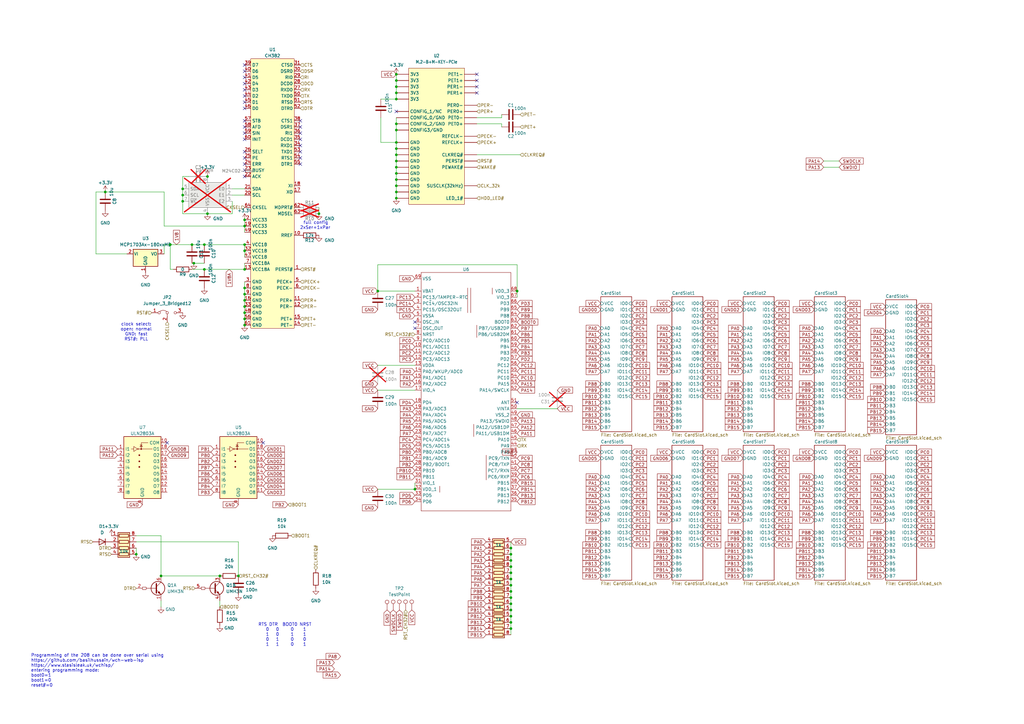
<source format=kicad_sch>
(kicad_sch (version 20250114) (generator "eeschema") (generator_version "9.0")
  (paper "A3")
  (lib_symbols
    (symbol "Basics:CH382L"
      (property "Reference" "U" (at -3.81 54.61 0))
      (property "Value" "CH382" (at -3.81 54.61 0))
      (symbol "CH382L_1_0"
        (pin bidirectional line (at -11.43 48.26 0) (length 2.54) (name "D7") (number "39"))
        (pin bidirectional line (at -11.43 45.72 0) (length 2.54) (name "D6") (number "40"))
        (pin bidirectional line (at -11.43 43.18 0) (length 2.54) (name "D5") (number "41"))
        (pin bidirectional line (at -11.43 40.64 0) (length 2.54) (name "D4") (number "42"))
        (pin bidirectional line (at -11.43 38.1 0) (length 2.54) (name "D3") (number "43"))
        (pin bidirectional line (at -11.43 35.56 0) (length 2.54) (name "D2") (number "44"))
        (pin bidirectional line (at -11.43 33.02 0) (length 2.54) (name "D1") (number "45"))
        (pin bidirectional line (at -11.43 30.48 0) (length 2.54) (name "D0") (number "46"))
        (pin bidirectional line (at -11.43 25.4 0) (length 2.54) (name "STB") (number "57"))
        (pin bidirectional line (at -11.43 22.86 0) (length 2.54) (name "AFD") (number "58"))
        (pin bidirectional line (at -11.43 20.32 0) (length 2.54) (name "SIN") (number "59"))
        (pin bidirectional line (at -11.43 17.78 0) (length 2.54) (name "INIT") (number "60"))
        (pin bidirectional line (at -11.43 12.7 0) (length 2.54) (name "SELT") (number "26"))
        (pin bidirectional line (at -11.43 10.16 0) (length 2.54) (name "PE") (number "25"))
        (pin bidirectional line (at -11.43 7.62 0) (length 2.54) (name "ERR") (number "24"))
        (pin bidirectional line (at -11.43 5.08 0) (length 2.54) (name "BUSY") (number "23"))
        (pin bidirectional line (at -11.43 2.54 0) (length 2.54) (name "ACK") (number "22"))
        (pin bidirectional line (at -11.43 -2.54 0) (length 2.54) (name "SDA") (number "21"))
        (pin bidirectional line (at -11.43 -5.08 0) (length 2.54) (name "SCL") (number "20"))
        (pin bidirectional line (at -11.43 -10.16 0) (length 2.54) (name "CKSEL") (number "64"))
        (pin power_in line (at -11.43 -17.78 0) (length 2.54) (name "VCC33") (number "19"))
        (pin power_in line (at -11.43 -20.32 0) (length 2.54) (name "VCC33") (number "49"))
        (pin power_in line (at -11.43 -27.94 0) (length 2.54) (name "VCC18") (number "32"))
        (pin power_in line (at -11.43 -30.48 0) (length 2.54) (name "VCC18") (number "47"))
        (pin power_in line (at -11.43 -35.56 0) (length 2.54) (name "VCC18A") (number "13"))
        (pin power_in line (at -11.43 -45.72 0) (length 2.54) (name "GND") (number "9"))
        (pin power_in line (at -11.43 -48.26 0) (length 2.54) (name "GND") (number "16"))
        (pin power_in line (at -11.43 -50.8 0) (length 2.54) (name "GND") (number "33"))
        (pin power_in line (at -11.43 -53.34 0) (length 2.54) (name "GND") (number "48"))
        (pin power_in line (at -11.43 -55.88 0) (length 2.54) (name "GND") (number "56"))
        (pin power_in line (at -11.43 -58.42 0) (length 2.54) (name "GND") (number "61"))
        (pin bidirectional line (at 11.43 48.26 180) (length 2.54) (name "CTS0") (number "31"))
        (pin bidirectional line (at 11.43 45.72 180) (length 2.54) (name "DSR0") (number "30"))
        (pin bidirectional line (at 11.43 43.18 180) (length 2.54) (name "RI0") (number "29"))
        (pin bidirectional line (at 11.43 40.64 180) (length 2.54) (name "DCD0") (number "28"))
        (pin input line (at 11.43 38.1 180) (length 2.54) (name "RXD0") (number "27"))
        (pin output line (at 11.43 35.56 180) (length 2.54) (name "TXD0") (number "50"))
        (pin bidirectional line (at 11.43 33.02 180) (length 2.54) (name "RTS0") (number "51"))
        (pin bidirectional line (at 11.43 30.48 180) (length 2.54) (name "DTR0") (number "52"))
        (pin bidirectional line (at 11.43 25.4 180) (length 2.54) (name "CTS1") (number "38"))
        (pin bidirectional line (at 11.43 22.86 180) (length 2.54) (name "DSR1") (number "37"))
        (pin bidirectional line (at 11.43 20.32 180) (length 2.54) (name "RI1") (number "36"))
        (pin bidirectional line (at 11.43 17.78 180) (length 2.54) (name "DCD1") (number "35"))
        (pin input line (at 11.43 15.24 180) (length 2.54) (name "RXD1") (number "34"))
        (pin output line (at 11.43 12.7 180) (length 2.54) (name "TXD1") (number "53"))
        (pin bidirectional line (at 11.43 10.16 180) (length 2.54) (name "RTS1") (number "54"))
        (pin bidirectional line (at 11.43 7.62 180) (length 2.54) (name "DTR1") (number "55"))
        (pin bidirectional line (at 11.43 -1.27 180) (length 2.54) (name "XI") (number "18"))
        (pin bidirectional line (at 11.43 -3.81 180) (length 2.54) (name "XO") (number "17"))
        (pin bidirectional line (at 11.43 -10.16 180) (length 2.54) (name "MDPRT#") (number "62"))
        (pin bidirectional line (at 11.43 -12.7 180) (length 2.54) (name "MDSEL") (number "63"))
        (pin input line (at 11.43 -21.59 180) (length 2.54) (name "RREF") (number "10"))
        (pin input line (at 11.43 -48.26 180) (length 2.54) (name "PER+") (number "11"))
        (pin input line (at 11.43 -50.8 180) (length 2.54) (name "PER-") (number "12"))
        (pin output line (at 11.43 -55.88 180) (length 2.54) (name "PET+") (number "15"))
        (pin output line (at 11.43 -58.42 180) (length 2.54) (name "PET-") (number "14"))
      )
      (symbol "CH382L_1_1"
        (pin power_in line (at -11.43 -15.24 0) (length 2.54) (name "VCC33") (number "2"))
        (pin power_in line (at -11.43 -25.4 0) (length 2.54) (name "VCC18") (number "4"))
        (pin power_in line (at -11.43 -33.02 0) (length 2.54) (name "VCC18A") (number "7"))
        (pin power_in line (at -11.43 -40.64 0) (length 2.54) (name "GND") (number "3"))
        (pin power_in line (at -11.43 -43.18 0) (length 2.54) (name "GND") (number "8"))
        (pin input line (at 11.43 -35.56 180) (length 2.54) (name "PERST#") (number "1"))
        (pin input line (at 11.43 -40.64 180) (length 2.54) (name "PECK+") (number "5"))
        (pin input line (at 11.43 -43.18 180) (length 2.54) (name "PECK-") (number "6"))
      )
    )
    (symbol "Basics:TestPoint5" (pin_numbers (hide yes)) (pin_names (offset 0.762) (hide yes))
      (property "Reference" "TP" (at 0 6.858 0))
      (property "Value" "TestPoint" (at 0 5.08 0))
      (symbol "TestPoint5_1_1"
        (pin passive line (at -5.08 0 90) (length 2.54) (name "1") (number "1"))
        (pin passive line (at -2.54 0 90) (length 2.54) (name "2") (number "2"))
        (pin passive line (at 0 0 90) (length 2.54) (name "3") (number "3"))
        (pin passive line (at 2.54 0 90) (length 2.54) (name "4") (number "4"))
        (pin passive line (at 5.08 0 90) (length 2.54) (name "5") (number "5"))
      )
    )
    (symbol "CH32V:CH32V208WBU6"
      (property "Reference" "U" (at -1.27 53.34 0))
      (symbol "CH32V208WBU6_1_1"
        (pin input line (at -22.86 48.26 0) (length 2.54) (name "VSS") (number "69"))
        (pin input line (at -22.86 43.18 0) (length 2.54) (name "VBAT") (number "1"))
        (pin input line (at -22.86 40.64 0) (length 2.54) (name "PC13/TAMPER-RTC") (number "2"))
        (pin input line (at -22.86 38.1 0) (length 2.54) (name "PC14/OSC32IN") (number "3"))
        (pin input line (at -22.86 35.56 0) (length 2.54) (name "PC15/OSC32OUT") (number "4"))
        (pin input line (at -22.86 33.02 0) (length 2.54) (name "VSSA") (number "5"))
        (pin input line (at -22.86 30.48 0) (length 2.54) (name "OSC_IN") (number "6"))
        (pin input line (at -22.86 27.94 0) (length 2.54) (name "OSC_OUT") (number "7"))
        (pin input line (at -22.86 25.4 0) (length 2.54) (name "NRST") (number "8"))
        (pin input line (at -22.86 22.86 0) (length 2.54) (name "PC0/ADC10") (number "9"))
        (pin input line (at -22.86 20.32 0) (length 2.54) (name "PC1/ADC11") (number "10"))
        (pin input line (at -22.86 17.78 0) (length 2.54) (name "PC2/ADC12") (number "11"))
        (pin input line (at -22.86 15.24 0) (length 2.54) (name "PC3/ADC13") (number "12"))
        (pin input line (at -22.86 12.7 0) (length 2.54) (name "VDDA") (number "13"))
        (pin input line (at -22.86 10.16 0) (length 2.54) (name "PA0/WKUP/ADC0") (number "14"))
        (pin input line (at -22.86 7.62 0) (length 2.54) (name "PA1/ADC1") (number "15"))
        (pin input line (at -22.86 5.08 0) (length 2.54) (name "PA2/ADC2") (number "16"))
        (pin input line (at -22.86 2.54 0) (length 2.54) (name "VIO_4") (number "17"))
        (pin input line (at -22.86 -2.54 0) (length 2.54) (name "PD4") (number "18"))
        (pin input line (at -22.86 -5.08 0) (length 2.54) (name "PA3/ADC3") (number "19"))
        (pin input line (at -22.86 -7.62 0) (length 2.54) (name "PA4/ADC4") (number "20"))
        (pin input line (at -22.86 -10.16 0) (length 2.54) (name "PA5/ADC5") (number "21"))
        (pin input line (at -22.86 -12.7 0) (length 2.54) (name "PA6/ADC6") (number "22"))
        (pin input line (at -22.86 -15.24 0) (length 2.54) (name "PA7/ADC7") (number "23"))
        (pin input line (at -22.86 -17.78 0) (length 2.54) (name "PC4/ADC14") (number "24"))
        (pin input line (at -22.86 -20.32 0) (length 2.54) (name "PC5/ADC15") (number "25"))
        (pin input line (at -22.86 -22.86 0) (length 2.54) (name "PB0/ADC8") (number "26"))
        (pin input line (at -22.86 -25.4 0) (length 2.54) (name "PB1/ADC9") (number "27"))
        (pin input line (at -22.86 -27.94 0) (length 2.54) (name "PB2/BOOT1") (number "28"))
        (pin input line (at -22.86 -30.48 0) (length 2.54) (name "PB10") (number "29"))
        (pin input line (at -22.86 -33.02 0) (length 2.54) (name "PB11") (number "30"))
        (pin input line (at -22.86 -35.56 0) (length 2.54) (name "VIO_1") (number "31"))
        (pin input line (at -22.86 -38.1 0) (length 2.54) (name "VDD_1") (number "32"))
        (pin input line (at -22.86 -40.64 0) (length 2.54) (name "PD5") (number "33"))
        (pin input line (at -22.86 -43.18 0) (length 2.54) (name "PD6") (number "34"))
        (pin input line (at 19.05 43.18 180) (length 2.54) (name "VDD_3") (number "68"))
        (pin input line (at 19.05 40.64 180) (length 2.54) (name "VIO_3") (number "67"))
        (pin input line (at 19.05 38.1 180) (length 2.54) (name "PD3") (number "66"))
        (pin input line (at 19.05 35.56 180) (length 2.54) (name "PB9") (number "65"))
        (pin input line (at 19.05 33.02 180) (length 2.54) (name "PB8") (number "64"))
        (pin input line (at 19.05 30.48 180) (length 2.54) (name "BOOT0") (number "63"))
        (pin input line (at 19.05 27.94 180) (length 2.54) (name "PB7/USB2DP") (number "62"))
        (pin input line (at 19.05 25.4 180) (length 2.54) (name "PB6/USB2DM") (number "61"))
        (pin input line (at 19.05 22.86 180) (length 2.54) (name "PB5") (number "60"))
        (pin input line (at 19.05 20.32 180) (length 2.54) (name "PB4") (number "59"))
        (pin input line (at 19.05 17.78 180) (length 2.54) (name "PB3") (number "58"))
        (pin input line (at 19.05 15.24 180) (length 2.54) (name "PD2") (number "57"))
        (pin input line (at 19.05 12.7 180) (length 2.54) (name "PC12") (number "56"))
        (pin input line (at 19.05 10.16 180) (length 2.54) (name "PC11") (number "55"))
        (pin input line (at 19.05 7.62 180) (length 2.54) (name "PC10") (number "54"))
        (pin input line (at 19.05 5.08 180) (length 2.54) (name "PA15") (number "53"))
        (pin input line (at 19.05 2.54 180) (length 2.54) (name "PA14/SWCLK") (number "52"))
        (pin input line (at 19.05 -2.54 180) (length 2.54) (name "ANT") (number "51"))
        (pin input line (at 19.05 -5.08 180) (length 2.54) (name "VINTA") (number "50"))
        (pin input line (at 19.05 -7.62 180) (length 2.54) (name "VSS_2") (number "49"))
        (pin input line (at 19.05 -10.16 180) (length 2.54) (name "PA13/SWDIO") (number "48"))
        (pin input line (at 19.05 -12.7 180) (length 2.54) (name "PA12/USB1DP") (number "47"))
        (pin input line (at 19.05 -15.24 180) (length 2.54) (name "PA11/USB1DM") (number "46"))
        (pin input line (at 19.05 -17.78 180) (length 2.54) (name "PA10") (number "45"))
        (pin input line (at 19.05 -20.32 180) (length 2.54) (name "PA9") (number "44"))
        (pin input line (at 19.05 -22.86 180) (length 2.54) (name "PA8") (number "43"))
        (pin input line (at 19.05 -25.4 180) (length 2.54) (name "PC9/TXN") (number "42"))
        (pin input line (at 19.05 -27.94 180) (length 2.54) (name "PC8/TXP") (number "41"))
        (pin input line (at 19.05 -30.48 180) (length 2.54) (name "PC7/RXN") (number "40"))
        (pin input line (at 19.05 -33.02 180) (length 2.54) (name "PC6/RXP") (number "39"))
        (pin input line (at 19.05 -35.56 180) (length 2.54) (name "PB15") (number "38"))
        (pin input line (at 19.05 -38.1 180) (length 2.54) (name "PB14") (number "37"))
        (pin input line (at 19.05 -40.64 180) (length 2.54) (name "PB13") (number "36"))
        (pin input line (at 19.05 -43.18 180) (length 2.54) (name "PB12") (number "35"))
      )
    )
    (symbol "Device:C" (pin_numbers (hide yes)) (pin_names (offset 0.254))
      (property "Reference" "C" (at 0.635 2.54 0))
      (property "Value" "C" (at 0.635 -2.54 0))
      (symbol "C_1_1"
        (pin passive line (at 0 3.81 270) (length 2.794) (name "~") (number "1"))
        (pin passive line (at 0 -3.81 90) (length 2.794) (name "~") (number "2"))
      )
    )
    (symbol "Device:D" (pin_numbers (hide yes)) (pin_names (offset 1.016) (hide yes))
      (property "Reference" "D" (at 0 2.54 0))
      (property "Value" "D" (at 0 -2.54 0))
      (symbol "D_1_1"
        (pin passive line (at -3.81 0 0) (length 2.54) (name "K") (number "1"))
        (pin passive line (at 3.81 0 180) (length 2.54) (name "A") (number "2"))
      )
    )
    (symbol "Device:R" (pin_numbers (hide yes)) (pin_names (offset 0))
      (property "Reference" "R" (at 2.032 0 90))
      (property "Value" "R" (at 0 0 90))
      (symbol "R_1_1"
        (pin passive line (at 0 3.81 270) (length 1.27) (name "~") (number "1"))
        (pin passive line (at 0 -3.81 90) (length 1.27) (name "~") (number "2"))
      )
    )
    (symbol "Device:R_Pack04" (pin_names (offset 0) (hide yes))
      (property "Reference" "RN" (at -7.62 0 90))
      (property "Value" "R_Pack04" (at 5.08 0 90))
      (symbol "R_Pack04_1_1"
        (pin passive line (at -5.08 5.08 270) (length 2.54) (name "R1.2") (number "8"))
        (pin passive line (at -5.08 -5.08 90) (length 2.54) (name "R1.1") (number "1"))
        (pin passive line (at -2.54 5.08 270) (length 2.54) (name "R2.2") (number "7"))
        (pin passive line (at -2.54 -5.08 90) (length 2.54) (name "R2.1") (number "2"))
        (pin passive line (at 0 5.08 270) (length 2.54) (name "R3.2") (number "6"))
        (pin passive line (at 0 -5.08 90) (length 2.54) (name "R3.1") (number "3"))
        (pin passive line (at 2.54 5.08 270) (length 2.54) (name "R4.2") (number "5"))
        (pin passive line (at 2.54 -5.08 90) (length 2.54) (name "R4.1") (number "4"))
      )
    )
    (symbol "Jumper:Jumper_3_Bridged12" (pin_names (offset 0) (hide yes)) (exclude_from_sim yes) (in_bom no)
      (property "Reference" "JP" (at -2.54 -2.54 0))
      (property "Value" "Jumper_3_Bridged12" (at 0 2.794 0))
      (symbol "Jumper_3_Bridged12_1_1"
        (pin passive line (at -6.35 0 0) (length 2.54) (name "A") (number "1"))
        (pin passive line (at 0 -3.81 90) (length 2.54) (name "C") (number "2"))
        (pin passive line (at 6.35 0 180) (length 2.54) (name "B") (number "3"))
      )
    )
    (symbol "M.2-Templates-eagle-import:M.2-B+M-KEY-PCIe"
      (property "Reference" "U" (at -1.27 30.48 0))
      (property "Value" "M.2-B+M-KEY-PCIe" (at -7.62 34.29 0))
      (symbol "M.2-B+M-KEY-PCIe_1_0"
        (pin no_connect line (at -38.1 31.115 0) (length 5.08) (hide yes) (name "MP") (number "MOUNTING-HOLE"))
        (pin no_connect line (at -38.1 26.035 0) (length 5.08) (hide yes) (name "NC") (number "P$44"))
        (pin no_connect line (at -38.1 23.495 0) (length 5.08) (hide yes) (name "NC") (number "P$42"))
        (pin no_connect line (at -38.1 20.955 0) (length 5.08) (hide yes) (name "NC") (number "P$40"))
        (pin no_connect line (at -38.1 18.415 0) (length 5.08) (hide yes) (name "NC") (number "P$23"))
        (pin no_connect line (at -38.1 15.875 0) (length 5.08) (hide yes) (name "NC") (number "P$25"))
        (pin no_connect line (at -38.1 13.335 0) (length 5.08) (hide yes) (name "NC") (number "P$67"))
        (pin no_connect line (at -38.1 10.795 0) (length 5.08) (hide yes) (name "NC") (number "P$20"))
        (pin no_connect line (at -38.1 8.255 0) (length 5.08) (hide yes) (name "NC") (number "P$6"))
        (pin no_connect line (at -38.1 5.715 0) (length 5.08) (hide yes) (name "NC") (number "P$22"))
        (pin no_connect line (at -38.1 3.175 0) (length 5.08) (hide yes) (name "NC") (number "P$8"))
        (pin no_connect line (at -38.1 0.635 0) (length 5.08) (hide yes) (name "NC") (number "P$24"))
        (pin no_connect line (at -38.1 -1.905 0) (length 5.08) (hide yes) (name "NC") (number "P$58"))
        (pin no_connect line (at -38.1 -4.445 0) (length 5.08) (hide yes) (name "NC") (number "P$26"))
        (pin no_connect line (at -38.1 -6.985 0) (length 5.08) (hide yes) (name "NC") (number "P$56"))
        (pin no_connect line (at -38.1 -9.525 0) (length 5.08) (hide yes) (name "NC") (number "P$28"))
        (pin no_connect line (at -38.1 -12.065 0) (length 5.08) (hide yes) (name "NC") (number "P$30"))
        (pin no_connect line (at -38.1 -14.605 0) (length 5.08) (hide yes) (name "NC") (number "P$32"))
        (pin no_connect line (at -38.1 -17.145 0) (length 5.08) (hide yes) (name "NC") (number "P$34"))
        (pin no_connect line (at -38.1 -19.685 0) (length 5.08) (hide yes) (name "NC") (number "P$48"))
        (pin no_connect line (at -38.1 -22.225 0) (length 5.08) (hide yes) (name "NC") (number "P$36"))
        (pin no_connect line (at -38.1 -24.765 0) (length 5.08) (hide yes) (name "NC") (number "P$46"))
        (pin no_connect line (at -38.1 -27.305 0) (length 5.08) (hide yes) (name "NC") (number "P$38"))
        (pin no_connect line (at -38.1 -29.845 0) (length 5.08) (hide yes) (name "NC") (number "P$11"))
        (pin no_connect line (at -38.1 -32.385 0) (length 5.08) (hide yes) (name "NC") (number "P$7"))
        (pin no_connect line (at -38.1 -34.925 0) (length 5.08) (hide yes) (name "NC") (number "P$5"))
        (pin bidirectional line (at -16.51 26.67 0) (length 5.08) (name "3V3") (number "P$2"))
        (pin bidirectional line (at -16.51 24.13 0) (length 5.08) (name "3V3") (number "P$74"))
        (pin bidirectional line (at -16.51 21.59 0) (length 5.08) (name "3V3") (number "P$4"))
        (pin bidirectional line (at -16.51 19.05 0) (length 5.08) (name "3V3") (number "P$72"))
        (pin bidirectional line (at -16.51 16.51 0) (length 5.08) (name "3V3") (number "P$70"))
        (pin bidirectional line (at -16.51 11.43 0) (length 5.08) (name "CONFIG_1/NC") (number "P$69"))
        (pin bidirectional line (at -16.51 8.89 0) (length 5.08) (name "CONFIG_0/GND") (number "P$21"))
        (pin bidirectional line (at -16.51 6.35 0) (length 5.08) (name "CONFIG_2/GND") (number "P$75"))
        (pin bidirectional line (at -16.51 3.81 0) (length 5.08) (name "CONFIG3/GND") (number "P$1"))
        (pin bidirectional line (at -16.51 -1.27 0) (length 5.08) (name "GND") (number "P$3"))
        (pin bidirectional line (at -16.51 -3.81 0) (length 5.08) (name "GND") (number "P$73"))
        (pin bidirectional line (at -16.51 -6.35 0) (length 5.08) (name "GND") (number "P$71"))
        (pin bidirectional line (at -16.51 -8.89 0) (length 5.08) (name "GND") (number "P$9"))
        (pin bidirectional line (at -16.51 -11.43 0) (length 5.08) (name "GND") (number "P$27"))
        (pin bidirectional line (at -16.51 -13.97 0) (length 5.08) (name "GND") (number "P$33"))
        (pin bidirectional line (at -16.51 -16.51 0) (length 5.08) (name "GND") (number "P$57"))
        (pin bidirectional line (at -16.51 -19.05 0) (length 5.08) (name "GND") (number "P$51"))
        (pin bidirectional line (at -16.51 -21.59 0) (length 5.08) (name "GND") (number "P$45"))
        (pin bidirectional line (at -16.51 -24.13 0) (length 5.08) (name "GND") (number "P$39"))
        (pin bidirectional line (at 16.51 26.67 180) (length 5.08) (name "PET1-") (number "P$29"))
        (pin bidirectional line (at 16.51 24.13 180) (length 5.08) (name "PET1+") (number "P$31"))
        (pin bidirectional line (at 16.51 21.59 180) (length 5.08) (name "PER1-") (number "P$35"))
        (pin bidirectional line (at 16.51 19.05 180) (length 5.08) (name "PER1+") (number "P$37"))
        (pin bidirectional line (at 16.51 13.97 180) (length 5.08) (name "PER0-") (number "P$47"))
        (pin bidirectional line (at 16.51 11.43 180) (length 5.08) (name "PER0+") (number "P$49"))
        (pin bidirectional line (at 16.51 8.89 180) (length 5.08) (name "PET0-") (number "P$41"))
        (pin bidirectional line (at 16.51 6.35 180) (length 5.08) (name "PET0+") (number "P$43"))
        (pin bidirectional line (at 16.51 1.27 180) (length 5.08) (name "REFCLK-") (number "P$53"))
        (pin bidirectional line (at 16.51 -1.27 180) (length 5.08) (name "REFCLK+") (number "P$55"))
        (pin bidirectional line (at 16.51 -6.35 180) (length 5.08) (name "CLKREQ#") (number "P$52"))
        (pin bidirectional line (at 16.51 -8.89 180) (length 5.08) (name "PERST#") (number "P$50"))
        (pin bidirectional line (at 16.51 -11.43 180) (length 5.08) (name "PEWAKE#") (number "P$54"))
        (pin bidirectional line (at 16.51 -19.05 180) (length 5.08) (name "SUSCLK(32kHz)") (number "P$68"))
        (pin bidirectional line (at 16.51 -24.13 180) (length 5.08) (name "LED_1#") (number "P$10"))
      )
    )
    (symbol "Memory_EEPROM:M24C02-FDW"
      (property "Reference" "U" (at -6.35 6.35 0))
      (property "Value" "M24C02-FDW" (at 7.62 6.35 0))
      (symbol "M24C02-FDW_1_1"
        (pin input line (at -10.16 2.54 0) (length 2.54) (name "E0") (number "1"))
        (pin input line (at -10.16 0 0) (length 2.54) (name "E1") (number "2"))
        (pin input line (at -10.16 -2.54 0) (length 2.54) (name "E2") (number "3"))
        (pin power_in line (at 0 7.62 270) (length 2.54) (name "VCC") (number "8"))
        (pin power_in line (at 0 -7.62 90) (length 2.54) (name "VSS") (number "4"))
        (pin bidirectional line (at 10.16 2.54 180) (length 2.54) (name "SDA") (number "5"))
        (pin input line (at 10.16 0 180) (length 2.54) (name "SCL") (number "6"))
        (pin input line (at 10.16 -2.54 180) (length 2.54) (name "~{WC}") (number "7"))
      )
    )
    (symbol "Regulator_Linear:MCP1703Ax-180xxMB" (pin_names (offset 0.254))
      (property "Reference" "U" (at -3.81 3.175 0))
      (property "Value" "MCP1703Ax-180xxMB" (at 0 3.175 0))
      (symbol "MCP1703Ax-180xxMB_1_1"
        (pin power_in line (at -7.62 0 0) (length 2.54) (name "VI") (number "2"))
        (pin power_in line (at 0 -7.62 90) (length 2.54) (name "GND") (number "1"))
        (pin power_out line (at 7.62 0 180) (length 2.54) (name "VO") (number "3"))
      )
    )
    (symbol "Transistor_Array:ULN2803A"
      (property "Reference" "U" (at 0 13.335 0))
      (property "Value" "ULN2803A" (at 0 11.43 0))
      (symbol "ULN2803A_1_1"
        (pin input line (at -10.16 5.08 0) (length 2.54) (name "I1") (number "1"))
        (pin input line (at -10.16 2.54 0) (length 2.54) (name "I2") (number "2"))
        (pin input line (at -10.16 0 0) (length 2.54) (name "I3") (number "3"))
        (pin input line (at -10.16 -2.54 0) (length 2.54) (name "I4") (number "4"))
        (pin input line (at -10.16 -5.08 0) (length 2.54) (name "I5") (number "5"))
        (pin input line (at -10.16 -7.62 0) (length 2.54) (name "I6") (number "6"))
        (pin input line (at -10.16 -10.16 0) (length 2.54) (name "I7") (number "7"))
        (pin input line (at -10.16 -12.7 0) (length 2.54) (name "I8") (number "8"))
        (pin power_in line (at 0 -17.78 90) (length 2.54) (name "GND") (number "9"))
        (pin passive line (at 10.16 7.62 180) (length 2.54) (name "COM") (number "10"))
        (pin open_collector line (at 10.16 5.08 180) (length 2.54) (name "O1") (number "18"))
        (pin open_collector line (at 10.16 2.54 180) (length 2.54) (name "O2") (number "17"))
        (pin open_collector line (at 10.16 0 180) (length 2.54) (name "O3") (number "16"))
        (pin open_collector line (at 10.16 -2.54 180) (length 2.54) (name "O4") (number "15"))
        (pin open_collector line (at 10.16 -5.08 180) (length 2.54) (name "O5") (number "14"))
        (pin open_collector line (at 10.16 -7.62 180) (length 2.54) (name "O6") (number "13"))
        (pin open_collector line (at 10.16 -10.16 180) (length 2.54) (name "O7") (number "12"))
        (pin open_collector line (at 10.16 -12.7 180) (length 2.54) (name "O8") (number "11"))
      )
    )
    (symbol "Transistor_BJT:UMH3N" (pin_names (hide yes))
      (property "Reference" "Q" (at 7.62 1.27 0))
      (property "Value" "UMH3N" (at 7.62 -1.27 0))
      (symbol "UMH3N_1_1"
        (pin input line (at -8.89 0 0) (length 2.54) (name "B1") (number "2"))
        (pin passive line (at 1.27 5.08 270) (length 2.54) (name "C1") (number "6"))
        (pin passive line (at 1.27 -5.08 90) (length 2.54) (name "E1") (number "1"))
      )
      (symbol "UMH3N_2_1"
        (pin input line (at -8.89 0 0) (length 2.54) (name "B2") (number "5"))
        (pin passive line (at 1.27 5.08 270) (length 2.54) (name "C2") (number "3"))
        (pin passive line (at 1.27 -5.08 90) (length 2.54) (name "E2") (number "4"))
      )
    )
    (symbol "power:+3.3V" (power) (pin_names (offset 0))
      (property "Value" "+3.3V" (at 0 3.556 0))
      (symbol "+3.3V_1_1"
        (pin power_in line (at 0 0 90) (length 0) (hide yes) (name "+3.3V") (number "1"))
      )
    )
    (symbol "power:GND" (power) (pin_names (offset 0))
      (property "Value" "GND" (at 0 -3.81 0))
      (symbol "GND_1_1"
        (pin power_in line (at 0 0 270) (length 0) (hide yes) (name "GND") (number "1"))
      )
    )
  )
  (text "2xSer+1xPar" (at 129.286 93.472 0) (effects (font (size 1.27 1.27))))
  (text "full config" (at 129.54 91.44 0) (effects (font (size 1.27 1.27))))
  (text "Programming of the 208 can be done over serial using \nhttps://github.com/basilhussain/wch-web-isp\nhttps://www.stasisleak.uk/wchisp/\nentering programming mode:\nboot0=1\nboot1=0\nreset#=0\n" (at 12.7 281.94 0) (effects (font (size 1.27 1.27)) (justify left bottom)))
  (text "RTS DTR  BOOT0 NRST\n 0   0     0    1\n 1   0     1    1\n 0   1     0    0\n 1   1     0    1" (at 116.84 260.35 0) (effects (font (size 1.27 1.27))))
  (text "clock select:\nopen: normal\nGND: fast\nRST#: PLL" (at 55.88 136.144 0) (effects (font (size 1.27 1.27))))
  (junction (at 43.18 78.74))
  (junction (at 66.04 236.22))
  (junction (at 162.56 76.2))
  (junction (at 85.09 72.39))
  (junction (at 83.82 110.49))
  (junction (at 69.85 100.33))
  (junction (at 74.93 77.47))
  (junction (at 209.55 250.19))
  (junction (at 100.33 128.27))
  (junction (at 97.79 236.22))
  (junction (at 162.56 35.56))
  (junction (at 100.33 90.17))
  (junction (at 100.33 123.19))
  (junction (at 74.93 80.01))
  (junction (at 130.81 87.63))
  (junction (at 162.56 30.48))
  (junction (at 209.55 229.87))
  (junction (at 162.56 60.96))
  (junction (at 162.56 50.8))
  (junction (at 162.56 58.42))
  (junction (at 90.17 236.22))
  (junction (at 74.93 82.55))
  (junction (at 100.33 125.73))
  (junction (at 55.88 227.33))
  (junction (at 154.94 119.38))
  (junction (at 162.56 40.64))
  (junction (at 162.56 71.12))
  (junction (at 162.56 63.5))
  (junction (at 162.56 33.02))
  (junction (at 100.33 118.11))
  (junction (at 209.55 232.41))
  (junction (at 100.33 100.33))
  (junction (at 85.09 87.63))
  (junction (at 100.33 133.35))
  (junction (at 162.56 53.34))
  (junction (at 209.55 224.79))
  (junction (at 100.33 92.71))
  (junction (at 83.82 100.33))
  (junction (at 100.33 120.65))
  (junction (at 209.55 234.95))
  (junction (at 162.56 73.66))
  (junction (at 209.55 257.81))
  (junction (at 212.09 119.38))
  (junction (at 209.55 252.73))
  (junction (at 209.55 247.65))
  (junction (at 162.56 68.58))
  (junction (at 78.74 100.33))
  (junction (at 209.55 227.33))
  (junction (at 100.33 110.49))
  (junction (at 100.33 130.81))
  (junction (at 209.55 237.49))
  (junction (at 209.55 242.57))
  (junction (at 209.55 245.11))
  (junction (at 162.56 38.1))
  (junction (at 170.18 200.66))
  (junction (at 162.56 66.04))
  (junction (at 209.55 255.27))
  (junction (at 209.55 240.03))
  (junction (at 162.56 81.28))
  (junction (at 162.56 78.74))
  (junction (at 79.502 107.95))
  (junction (at 100.33 102.87))
  (no_connect (at 123.19 62.23))
  (no_connect (at 170.18 134.62))
  (no_connect (at 107.95 181.61))
  (no_connect (at 100.33 44.45))
  (no_connect (at 100.33 29.21))
  (no_connect (at 123.19 54.61))
  (no_connect (at 100.33 34.29))
  (no_connect (at 100.33 31.75))
  (no_connect (at 195.58 35.56))
  (no_connect (at 123.19 64.77))
  (no_connect (at 100.33 69.85))
  (no_connect (at 68.58 181.61))
  (no_connect (at 123.19 67.31))
  (no_connect (at 212.09 165.1))
  (no_connect (at 162.56 45.72))
  (no_connect (at 100.33 41.91))
  (no_connect (at 123.19 59.69))
  (no_connect (at 100.33 64.77))
  (no_connect (at 100.33 52.07))
  (no_connect (at 100.33 26.67))
  (no_connect (at 100.33 57.15))
  (no_connect (at 195.58 38.1))
  (no_connect (at 123.19 57.15))
  (no_connect (at 195.58 33.02))
  (no_connect (at 100.33 39.37))
  (no_connect (at 170.18 132.08))
  (no_connect (at 100.33 62.23))
  (no_connect (at 100.33 54.61))
  (no_connect (at 123.19 49.53))
  (no_connect (at 123.19 52.07))
  (no_connect (at 100.33 67.31))
  (no_connect (at 100.33 49.53))
  (no_connect (at 195.58 30.48))
  (no_connect (at 100.33 72.39))
  (no_connect (at 100.33 36.83))
  (wire (pts (xy 100.33 107.95) (xy 100.33 110.49)))
  (wire (pts (xy 337.82 66.04) (xy 344.17 66.04)))
  (wire (pts (xy 205.74 48.26) (xy 205.74 46.99)))
  (wire (pts (xy 95.25 80.01) (xy 100.33 80.01)))
  (wire (pts (xy 162.56 68.58) (xy 162.56 71.12)))
  (wire (pts (xy 154.94 160.02) (xy 170.18 160.02)))
  (wire (pts (xy 195.58 50.8) (xy 205.74 50.8)))
  (wire (pts (xy 100.33 115.57) (xy 100.33 118.11)))
  (wire (pts (xy 67.31 78.74) (xy 67.31 92.71)))
  (wire (pts (xy 39.37 104.14) (xy 39.37 78.74)))
  (wire (pts (xy 162.56 60.96) (xy 162.56 63.5)))
  (wire (pts (xy 55.88 224.79) (xy 55.88 227.33)))
  (wire (pts (xy 100.33 125.73) (xy 100.33 128.27)))
  (wire (pts (xy 83.82 100.33) (xy 100.33 100.33)))
  (wire (pts (xy 66.04 246.38) (xy 66.04 248.92)))
  (wire (pts (xy 209.55 250.19) (xy 209.55 252.73)))
  (wire (pts (xy 162.56 66.04) (xy 162.56 68.58)))
  (wire (pts (xy 212.09 167.64) (xy 228.6 167.64)))
  (wire (pts (xy 209.55 227.33) (xy 209.55 229.87)))
  (wire (pts (xy 95.25 87.63) (xy 95.25 82.55)))
  (wire (pts (xy 100.33 123.19) (xy 100.33 125.73)))
  (wire (pts (xy 74.93 72.39) (xy 74.93 77.47)))
  (wire (pts (xy 100.33 130.81) (xy 100.33 133.35)))
  (wire (pts (xy 100.33 118.11) (xy 100.33 120.65)))
  (wire (pts (xy 209.55 240.03) (xy 209.55 242.57)))
  (wire (pts (xy 74.93 77.47) (xy 74.93 80.01)))
  (wire (pts (xy 69.85 100.33) (xy 67.31 100.33)))
  (wire (pts (xy 209.55 252.73) (xy 209.55 255.27)))
  (wire (pts (xy 55.88 222.25) (xy 97.79 222.25)))
  (wire (pts (xy 162.56 58.42) (xy 162.56 60.96)))
  (wire (pts (xy 162.56 48.26) (xy 162.56 50.8)))
  (wire (pts (xy 209.55 255.27) (xy 209.55 257.81)))
  (wire (pts (xy 162.56 71.12) (xy 162.56 73.66)))
  (wire (pts (xy 100.33 100.33) (xy 100.33 102.87)))
  (wire (pts (xy 100.33 102.87) (xy 100.33 105.41)))
  (wire (pts (xy 337.82 68.58) (xy 344.17 68.58)))
  (wire (pts (xy 154.94 149.86) (xy 170.18 149.86)))
  (wire (pts (xy 77.47 72.39) (xy 74.93 72.39)))
  (wire (pts (xy 209.55 224.79) (xy 209.55 227.33)))
  (wire (pts (xy 69.85 100.33) (xy 69.85 110.49)))
  (wire (pts (xy 209.55 237.49) (xy 209.55 240.03)))
  (wire (pts (xy 83.82 110.49) (xy 100.33 110.49)))
  (wire (pts (xy 67.31 100.33) (xy 67.31 104.14)))
  (wire (pts (xy 170.18 198.12) (xy 170.18 200.66)))
  (wire (pts (xy 156.21 58.42) (xy 162.56 58.42)))
  (wire (pts (xy 39.37 78.74) (xy 43.18 78.74)))
  (wire (pts (xy 100.33 92.71) (xy 100.33 95.25)))
  (wire (pts (xy 74.93 87.63) (xy 85.09 87.63)))
  (wire (pts (xy 205.74 50.8) (xy 205.74 52.07)))
  (wire (pts (xy 90.17 246.38) (xy 90.17 248.92)))
  (wire (pts (xy 195.58 48.26) (xy 205.74 48.26)))
  (wire (pts (xy 162.56 53.34) (xy 162.56 58.42)))
  (wire (pts (xy 212.09 108.585) (xy 212.09 119.38)))
  (wire (pts (xy 43.18 78.74) (xy 67.31 78.74)))
  (wire (pts (xy 83.82 100.33) (xy 78.74 100.33)))
  (wire (pts (xy 66.04 236.22) (xy 90.17 236.22)))
  (wire (pts (xy 154.94 119.38) (xy 154.94 108.585)))
  (wire (pts (xy 162.56 35.56) (xy 162.56 38.1)))
  (wire (pts (xy 78.74 107.95) (xy 79.502 107.95)))
  (wire (pts (xy 209.55 222.25) (xy 209.55 224.79)))
  (wire (pts (xy 156.21 40.64) (xy 162.56 40.64)))
  (wire (pts (xy 74.93 82.55) (xy 74.93 87.63)))
  (wire (pts (xy 154.94 108.585) (xy 212.09 108.585)))
  (wire (pts (xy 162.56 30.48) (xy 162.56 33.02)))
  (wire (pts (xy 162.56 63.5) (xy 162.56 66.04)))
  (wire (pts (xy 162.56 78.74) (xy 162.56 81.28)))
  (wire (pts (xy 79.502 107.95) (xy 83.82 107.95)))
  (wire (pts (xy 162.56 50.8) (xy 162.56 53.34)))
  (wire (pts (xy 162.56 73.66) (xy 162.56 76.2)))
  (wire (pts (xy 209.55 247.65) (xy 209.55 250.19)))
  (wire (pts (xy 69.85 110.49) (xy 71.12 110.49)))
  (wire (pts (xy 209.55 234.95) (xy 209.55 237.49)))
  (wire (pts (xy 209.55 242.57) (xy 209.55 245.11)))
  (wire (pts (xy 78.74 110.49) (xy 83.82 110.49)))
  (wire (pts (xy 162.56 38.1) (xy 162.56 40.64)))
  (wire (pts (xy 100.33 128.27) (xy 100.33 130.81)))
  (wire (pts (xy 209.55 229.87) (xy 209.55 232.41)))
  (wire (pts (xy 100.33 90.17) (xy 100.33 92.71)))
  (wire (pts (xy 209.55 232.41) (xy 209.55 234.95)))
  (wire (pts (xy 209.55 245.11) (xy 209.55 247.65)))
  (wire (pts (xy 66.04 219.71) (xy 66.04 236.22)))
  (wire (pts (xy 100.33 120.65) (xy 100.33 123.19)))
  (wire (pts (xy 130.81 85.09) (xy 130.81 87.63)))
  (wire (pts (xy 39.37 104.14) (xy 52.07 104.14)))
  (wire (pts (xy 67.31 92.71) (xy 100.33 92.71)))
  (wire (pts (xy 97.79 222.25) (xy 97.79 236.22)))
  (wire (pts (xy 154.94 200.66) (xy 170.18 200.66)))
  (wire (pts (xy 95.25 77.47) (xy 100.33 77.47)))
  (wire (pts (xy 162.56 33.02) (xy 162.56 35.56)))
  (wire (pts (xy 74.93 80.01) (xy 74.93 82.55)))
  (wire (pts (xy 69.85 100.33) (xy 78.74 100.33)))
  (wire (pts (xy 209.55 257.81) (xy 209.55 260.35)))
  (wire (pts (xy 154.94 119.38) (xy 170.18 119.38)))
  (wire (pts (xy 162.56 76.2) (xy 162.56 78.74)))
  (wire (pts (xy 212.09 119.38) (xy 212.09 121.92)))
  (wire (pts (xy 85.09 87.63) (xy 95.25 87.63)))
  (wire (pts (xy 156.21 48.26) (xy 156.21 58.42)))
  (wire (pts (xy 55.88 219.71) (xy 66.04 219.71)))
  (wire (pts (xy 195.58 63.5) (xy 213.36 63.5)))
  (global_label "PB11" (shape input) (at 275.59 226.06 180) (property "Intersheetrefs" "${INTERSHEET_REFS}" (effects (hide yes))))
  (global_label "PB14" (shape input) (at 246.38 172.72 180) (property "Intersheetrefs" "${INTERSHEET_REFS}" (effects (hide yes))))
  (global_label "PC1" (shape input) (at 288.29 187.96 0) (property "Intersheetrefs" "${INTERSHEET_REFS}" (effects (hide yes))))
  (global_label "PC14" (shape input) (at 259.08 160.02 0) (property "Intersheetrefs" "${INTERSHEET_REFS}" (effects (hide yes))))
  (global_label "PA7" (shape input) (at 246.38 152.4 180) (property "Intersheetrefs" "${INTERSHEET_REFS}" (effects (hide yes))))
  (global_label "PC11" (shape input) (at 346.71 213.36 0) (property "Intersheetrefs" "${INTERSHEET_REFS}" (effects (hide yes))))
  (global_label "PB1" (shape input) (at 87.63 184.15 180) (property "Intersheetrefs" "${INTERSHEET_REFS}" (effects (hide yes))))
  (global_label "PC12" (shape input) (at 346.71 215.9 0) (property "Intersheetrefs" "${INTERSHEET_REFS}" (effects (hide yes))))
  (global_label "PA2" (shape input) (at 199.39 227.33 180) (property "Intersheetrefs" "${INTERSHEET_REFS}" (effects (hide yes))))
  (global_label "PC14" (shape input) (at 346.71 160.02 0) (property "Intersheetrefs" "${INTERSHEET_REFS}" (effects (hide yes))))
  (global_label "PC1" (shape input) (at 346.71 187.96 0) (property "Intersheetrefs" "${INTERSHEET_REFS}" (effects (hide yes))))
  (global_label "GND" (shape input) (at 158.75 250.19 270) (property "Intersheetrefs" "${INTERSHEET_REFS}" (effects (hide yes))))
  (global_label "VCC" (shape input) (at 162.56 30.48 180) (property "Intersheetrefs" "${INTERSHEET_REFS}" (effects (hide yes))))
  (global_label "PC3" (shape input) (at 317.5 132.08 0) (property "Intersheetrefs" "${INTERSHEET_REFS}" (effects (hide yes))))
  (global_label "PC10" (shape input) (at 346.71 149.86 0) (property "Intersheetrefs" "${INTERSHEET_REFS}" (effects (hide yes))))
  (global_label "VCC" (shape input) (at 154.94 200.66 180) (property "Intersheetrefs" "${INTERSHEET_REFS}" (effects (hide yes))))
  (global_label "PA2" (shape input) (at 170.18 157.48 180) (property "Intersheetrefs" "${INTERSHEET_REFS}" (effects (hide yes))))
  (global_label "PC12" (shape input) (at 317.5 215.9 0) (property "Intersheetrefs" "${INTERSHEET_REFS}" (effects (hide yes))))
  (global_label "PB15" (shape input) (at 246.38 175.26 180) (property "Intersheetrefs" "${INTERSHEET_REFS}" (effects (hide yes))))
  (global_label "PC13" (shape input) (at 317.5 218.44 0) (property "Intersheetrefs" "${INTERSHEET_REFS}" (effects (hide yes))))
  (global_label "SWDCLK" (shape input) (at 344.17 66.04 0) (property "Intersheetrefs" "${INTERSHEET_REFS}" (effects (hide yes))))
  (global_label "PB14" (shape input) (at 334.01 233.68 180) (property "Intersheetrefs" "${INTERSHEET_REFS}" (effects (hide yes))))
  (global_label "PC10" (shape input) (at 317.5 210.82 0) (property "Intersheetrefs" "${INTERSHEET_REFS}" (effects (hide yes))))
  (global_label "PC5" (shape input) (at 259.08 198.12 0) (property "Intersheetrefs" "${INTERSHEET_REFS}" (effects (hide yes))))
  (global_label "PC13" (shape input) (at 170.18 121.92 180) (property "Intersheetrefs" "${INTERSHEET_REFS}" (effects (hide yes))))
  (global_label "PC12" (shape input) (at 317.5 154.94 0) (property "Intersheetrefs" "${INTERSHEET_REFS}" (effects (hide yes))))
  (global_label "PB9" (shape input) (at 275.59 160.02 180) (property "Intersheetrefs" "${INTERSHEET_REFS}" (effects (hide yes))))
  (global_label "PC3" (shape input) (at 170.18 147.32 180) (property "Intersheetrefs" "${INTERSHEET_REFS}" (effects (hide yes))))
  (global_label "VCC" (shape input) (at 154.94 119.38 180) (property "Intersheetrefs" "${INTERSHEET_REFS}" (effects (hide yes))))
  (global_label "VCC" (shape input) (at 228.6 167.64 0) (property "Intersheetrefs" "${INTERSHEET_REFS}" (effects (hide yes))))
  (global_label "PC5" (shape input) (at 346.71 198.12 0) (property "Intersheetrefs" "${INTERSHEET_REFS}" (effects (hide yes))))
  (global_label "SWDIO" (shape input) (at 163.83 250.19 270) (property "Intersheetrefs" "${INTERSHEET_REFS}" (effects (hide yes))))
  (global_label "PA6" (shape input) (at 304.8 210.82 180) (property "Intersheetrefs" "${INTERSHEET_REFS}" (effects (hide yes))))
  (global_label "PB15" (shape input) (at 246.38 236.22 180) (property "Intersheetrefs" "${INTERSHEET_REFS}" (effects (hide yes))))
  (global_label "PB14" (shape input) (at 304.8 233.68 180) (property "Intersheetrefs" "${INTERSHEET_REFS}" (effects (hide yes))))
  (global_label "PC5" (shape input) (at 317.5 137.16 0) (property "Intersheetrefs" "${INTERSHEET_REFS}" (effects (hide yes))))
  (global_label "PC2" (shape input) (at 375.92 130.81 0) (property "Intersheetrefs" "${INTERSHEET_REFS}" (effects (hide yes))))
  (global_label "GND" (shape input) (at 154.94 157.48 180) (property "Intersheetrefs" "${INTERSHEET_REFS}" (effects (hide yes))))
  (global_label "PB10" (shape input) (at 246.38 223.52 180) (property "Intersheetrefs" "${INTERSHEET_REFS}" (effects (hide yes))))
  (global_label "PA1" (shape input) (at 246.38 198.12 180) (property "Intersheetrefs" "${INTERSHEET_REFS}" (effects (hide yes))))
  (global_label "PC8" (shape input) (at 375.92 205.74 0) (property "Intersheetrefs" "${INTERSHEET_REFS}" (effects (hide yes))))
  (global_label "PD3" (shape input) (at 212.09 124.46 0) (property "Intersheetrefs" "${INTERSHEET_REFS}" (effects (hide yes))))
  (global_label "PA2" (shape input) (at 334.01 139.7 180) (property "Intersheetrefs" "${INTERSHEET_REFS}" (effects (hide yes))))
  (global_label "PB12" (shape input) (at 275.59 167.64 180) (property "Intersheetrefs" "${INTERSHEET_REFS}" (effects (hide yes))))
  (global_label "PC2" (shape input) (at 317.5 190.5 0) (property "Intersheetrefs" "${INTERSHEET_REFS}" (effects (hide yes))))
  (global_label "PC12" (shape input) (at 259.08 215.9 0) (property "Intersheetrefs" "${INTERSHEET_REFS}" (effects (hide yes))))
  (global_label "PC15" (shape input) (at 259.08 223.52 0) (property "Intersheetrefs" "${INTERSHEET_REFS}" (effects (hide yes))))
  (global_label "PA6" (shape input) (at 334.01 210.82 180) (property "Intersheetrefs" "${INTERSHEET_REFS}" (effects (hide yes))))
  (global_label "PB12" (shape input) (at 334.01 167.64 180) (property "Intersheetrefs" "${INTERSHEET_REFS}" (effects (hide yes))))
  (global_label "PC0" (shape input) (at 170.18 139.7 180) (property "Intersheetrefs" "${INTERSHEET_REFS}" (effects (hide yes))))
  (global_label "PC9" (shape input) (at 288.29 208.28 0) (property "Intersheetrefs" "${INTERSHEET_REFS}" (effects (hide yes))))
  (global_label "VCC" (shape input) (at 334.01 185.42 180) (property "Intersheetrefs" "${INTERSHEET_REFS}" (effects (hide yes))))
  (global_label "GND04" (shape input) (at 363.22 128.27 180) (property "Intersheetrefs" "${INTERSHEET_REFS}" (effects (hide yes))))
  (global_label "PB4" (shape input) (at 87.63 199.39 180) (property "Intersheetrefs" "${INTERSHEET_REFS}" (effects (hide yes))))
  (global_label "GND01" (shape input) (at 275.59 127 180) (property "Intersheetrefs" "${INTERSHEET_REFS}" (effects (hide yes))))
  (global_label "PC7" (shape input) (at 346.71 203.2 0) (property "Intersheetrefs" "${INTERSHEET_REFS}" (effects (hide yes))))
  (global_label "PB12" (shape input) (at 246.38 167.64 180) (property "Intersheetrefs" "${INTERSHEET_REFS}" (effects (hide yes))))
  (global_label "SWDIO" (shape input) (at 344.17 68.58 0) (property "Intersheetrefs" "${INTERSHEET_REFS}" (effects (hide yes))))
  (global_label "PC9" (shape input) (at 375.92 208.28 0) (property "Intersheetrefs" "${INTERSHEET_REFS}" (effects (hide yes))))
  (global_label "PC3" (shape input) (at 288.29 193.04 0) (property "Intersheetrefs" "${INTERSHEET_REFS}" (effects (hide yes))))
  (global_label "PC3" (shape input) (at 288.29 132.08 0) (property "Intersheetrefs" "${INTERSHEET_REFS}" (effects (hide yes))))
  (global_label "PA4" (shape input) (at 334.01 205.74 180) (property "Intersheetrefs" "${INTERSHEET_REFS}" (effects (hide yes))))
  (global_label "PA5" (shape input) (at 334.01 147.32 180) (property "Intersheetrefs" "${INTERSHEET_REFS}" (effects (hide yes))))
  (global_label "PA2" (shape input) (at 275.59 200.66 180) (property "Intersheetrefs" "${INTERSHEET_REFS}" (effects (hide yes))))
  (global_label "GND02" (shape input) (at 107.95 189.23 0) (property "Intersheetrefs" "${INTERSHEET_REFS}" (effects (hide yes))))
  (global_label "PB9" (shape input) (at 363.22 161.29 180) (property "Intersheetrefs" "${INTERSHEET_REFS}" (effects (hide yes))))
  (global_label "PA4" (shape input) (at 275.59 205.74 180) (property "Intersheetrefs" "${INTERSHEET_REFS}" (effects (hide yes))))
  (global_label "PB14" (shape input) (at 334.01 172.72 180) (property "Intersheetrefs" "${INTERSHEET_REFS}" (effects (hide yes))))
  (global_label "PC4" (shape input) (at 170.18 180.34 180) (property "Intersheetrefs" "${INTERSHEET_REFS}" (effects (hide yes))))
  (global_label "PB10" (shape input) (at 170.18 193.04 180) (property "Intersheetrefs" "${INTERSHEET_REFS}" (effects (hide yes))))
  (global_label "PC2" (shape input) (at 259.08 129.54 0) (property "Intersheetrefs" "${INTERSHEET_REFS}" (effects (hide yes))))
  (global_label "PA15" (shape input) (at 212.09 157.48 0) (property "Intersheetrefs" "${INTERSHEET_REFS}" (effects (hide yes))))
  (global_label "PC14" (shape input) (at 259.08 220.98 0) (property "Intersheetrefs" "${INTERSHEET_REFS}" (effects (hide yes))))
  (global_label "PA0" (shape input) (at 304.8 134.62 180) (property "Intersheetrefs" "${INTERSHEET_REFS}" (effects (hide yes))))
  (global_label "1V8A" (shape input) (at 93.98 110.49 270) (property "Intersheetrefs" "${INTERSHEET_REFS}" (effects (hide yes))))
  (global_label "PC12" (shape input) (at 346.71 154.94 0) (property "Intersheetrefs" "${INTERSHEET_REFS}" (effects (hide yes))))
  (global_label "PB14" (shape input) (at 363.22 173.99 180) (property "Intersheetrefs" "${INTERSHEET_REFS}" (effects (hide yes))))
  (global_label "PB13" (shape input) (at 363.22 171.45 180) (property "Intersheetrefs" "${INTERSHEET_REFS}" (effects (hide yes))))
  (global_label "PB9" (shape input) (at 334.01 220.98 180) (property "Intersheetrefs" "${INTERSHEET_REFS}" (effects (hide yes))))
  (global_label "PC7" (shape input) (at 375.92 143.51 0) (property "Intersheetrefs" "${INTERSHEET_REFS}" (effects (hide yes))))
  (global_label "PA5" (shape input) (at 275.59 208.28 180) (property "Intersheetrefs" "${INTERSHEET_REFS}" (effects (hide yes))))
  (global_label "PA1" (shape input) (at 246.38 137.16 180) (property "Intersheetrefs" "${INTERSHEET_REFS}" (effects (hide yes))))
  (global_label "GND08" (shape input) (at 68.58 184.15 0) (property "Intersheetrefs" "${INTERSHEET_REFS}" (effects (hide yes))))
  (global_label "PA3" (shape input) (at 363.22 203.2 180) (property "Intersheetrefs" "${INTERSHEET_REFS}" (effects (hide yes))))
  (global_label "GND" (shape input) (at 170.18 114.3 180) (property "Intersheetrefs" "${INTERSHEET_REFS}" (effects (hide yes))))
  (global_label "GND09" (shape input) (at 68.58 186.69 0) (property "Intersheetrefs" "${INTERSHEET_REFS}" (effects (hide yes))))
  (global_label "PA1" (shape input) (at 334.01 198.12 180) (property "Intersheetrefs" "${INTERSHEET_REFS}" (effects (hide yes))))
  (global_label "GND" (shape input) (at 170.18 129.54 180) (property "Intersheetrefs" "${INTERSHEET_REFS}" (effects (hide yes))))
  (global_label "PB8" (shape input) (at 246.38 218.44 180) (property "Intersheetrefs" "${INTERSHEET_REFS}" (effects (hide yes))))
  (global_label "PA6" (shape input) (at 363.22 151.13 180) (property "Intersheetrefs" "${INTERSHEET_REFS}" (effects (hide yes))))
  (global_label "PA0" (shape input) (at 199.39 222.25 180) (property "Intersheetrefs" "${INTERSHEET_REFS}" (effects (hide yes))))
  (global_label "PB14" (shape input) (at 304.8 172.72 180) (property "Intersheetrefs" "${INTERSHEET_REFS}" (effects (hide yes))))
  (global_label "PB10" (shape input) (at 199.39 247.65 180) (property "Intersheetrefs" "${INTERSHEET_REFS}" (effects (hide yes))))
  (global_label "PB4" (shape input) (at 212.09 142.24 0) (property "Intersheetrefs" "${INTERSHEET_REFS}" (effects (hide yes))))
  (global_label "PC5" (shape input) (at 259.08 137.16 0) (property "Intersheetrefs" "${INTERSHEET_REFS}" (effects (hide yes))))
  (global_label "PA5" (shape input) (at 363.22 148.59 180) (property "Intersheetrefs" "${INTERSHEET_REFS}" (effects (hide yes))))
  (global_label "GND" (shape input) (at 97.79 207.01 180) (property "Intersheetrefs" "${INTERSHEET_REFS}" (effects (hide yes))))
  (global_label "PC14" (shape input) (at 317.5 160.02 0) (property "Intersheetrefs" "${INTERSHEET_REFS}" (effects (hide yes))))
  (global_label "PA3" (shape input) (at 275.59 142.24 180) (property "Intersheetrefs" "${INTERSHEET_REFS}" (effects (hide yes))))
  (global_label "GND00" (shape input) (at 246.38 127 180) (property "Intersheetrefs" "${INTERSHEET_REFS}" (effects (hide yes))))
  (global_label "PA6" (shape input) (at 334.01 149.86 180) (property "Intersheetrefs" "${INTERSHEET_REFS}" (effects (hide yes))))
  (global_label "PC1" (shape input) (at 375.92 128.27 0) (property "Intersheetrefs" "${INTERSHEET_REFS}" (effects (hide yes))))
  (global_label "PB9" (shape input) (at 246.38 160.02 180) (property "Intersheetrefs" "${INTERSHEET_REFS}" (effects (hide yes))))
  (global_label "PC1" (shape input) (at 288.29 127 0) (property "Intersheetrefs" "${INTERSHEET_REFS}" (effects (hide yes))))
  (global_label "PB11" (shape input) (at 199.39 250.19 180) (property "Intersheetrefs" "${INTERSHEET_REFS}" (effects (hide yes))))
  (global_label "PA0" (shape input) (at 170.18 152.4 180) (property "Intersheetrefs" "${INTERSHEET_REFS}" (effects (hide yes))))
  (global_label "PA1" (shape input) (at 334.01 137.16 180) (property "Intersheetrefs" "${INTERSHEET_REFS}" (effects (hide yes))))
  (global_label "PC8" (shape input) (at 317.5 144.78 0) (property "Intersheetrefs" "${INTERSHEET_REFS}" (effects (hide yes))))
  (global_label "GND06" (shape input) (at 275.59 187.96 180) (property "Intersheetrefs" "${INTERSHEET_REFS}" (effects (hide yes))))
  (global_label "PA4" (shape input) (at 199.39 232.41 180) (property "Intersheetrefs" "${INTERSHEET_REFS}" (effects (hide yes))))
  (global_label "PB11" (shape input) (at 334.01 165.1 180) (property "Intersheetrefs" "${INTERSHEET_REFS}" (effects (hide yes))))
  (global_label "PB13" (shape input) (at 363.22 231.14 180) (property "Intersheetrefs" "${INTERSHEET_REFS}" (effects (hide yes))))
  (global_label "PC2" (shape input) (at 317.5 129.54 0) (property "Intersheetrefs" "${INTERSHEET_REFS}" (effects (hide yes))))
  (global_label "PC1" (shape input) (at 375.92 187.96 0) (property "Intersheetrefs" "${INTERSHEET_REFS}" (effects (hide yes))))
  (global_label "PA6" (shape input) (at 170.18 175.26 180) (property "Intersheetrefs" "${INTERSHEET_REFS}" (effects (hide yes))))
  (global_label "PB15" (shape input) (at 212.09 198.12 0) (property "Intersheetrefs" "${INTERSHEET_REFS}" (effects (hide yes))))
  (global_label "PA3" (shape input) (at 304.8 142.24 180) (property "Intersheetrefs" "${INTERSHEET_REFS}" (effects (hide yes))))
  (global_label "PC0" (shape input) (at 346.71 124.46 0) (property "Intersheetrefs" "${INTERSHEET_REFS}" (effects (hide yes))))
  (global_label "BOOT0" (shape input) (at 212.09 132.08 0) (property "Intersheetrefs" "${INTERSHEET_REFS}" (effects (hide yes))))
  (global_label "PC7" (shape input) (at 259.08 203.2 0) (property "Intersheetrefs" "${INTERSHEET_REFS}" (effects (hide yes))))
  (global_label "PC3" (shape input) (at 317.5 193.04 0) (property "Intersheetrefs" "${INTERSHEET_REFS}" (effects (hide yes))))
  (global_label "GND00" (shape input) (at 107.95 186.69 0) (property "Intersheetrefs" "${INTERSHEET_REFS}" (effects (hide yes))))
  (global_label "PA7" (shape input) (at 199.39 240.03 180) (property "Intersheetrefs" "${INTERSHEET_REFS}" (effects (hide yes))))
  (global_label "PA6" (shape input) (at 275.59 210.82 180) (property "Intersheetrefs" "${INTERSHEET_REFS}" (effects (hide yes))))
  (global_label "PA0" (shape input) (at 246.38 134.62 180) (property "Intersheetrefs" "${INTERSHEET_REFS}" (effects (hide yes))))
  (global_label "PA4" (shape input) (at 334.01 144.78 180) (property "Intersheetrefs" "${INTERSHEET_REFS}" (effects (hide yes))))
  (global_label "PA7" (shape input) (at 363.22 153.67 180) (property "Intersheetrefs" "${INTERSHEET_REFS}" (effects (hide yes))))
  (global_label "PA0" (shape input) (at 246.38 195.58 180) (property "Intersheetrefs" "${INTERSHEET_REFS}" (effects (hide yes))))
  (global_label "PC6" (shape input) (at 288.29 139.7 0) (property "Intersheetrefs" "${INTERSHEET_REFS}" (effects (hide yes))))
  (global_label "PC8" (shape input) (at 288.29 205.74 0) (property "Intersheetrefs" "${INTERSHEET_REFS}" (effects (hide yes))))
  (global_label "PB10" (shape input) (at 363.22 223.52 180) (property "Intersheetrefs" "${INTERSHEET_REFS}" (effects (hide yes))))
  (global_label "PC7" (shape input) (at 259.08 142.24 0) (property "Intersheetrefs" "${INTERSHEET_REFS}" (effects (hide yes))))
  (global_label "PD5" (shape input) (at 170.18 203.2 180) (property "Intersheetrefs" "${INTERSHEET_REFS}" (effects (hide yes))))
  (global_label "PC4" (shape input) (at 317.5 134.62 0) (property "Intersheetrefs" "${INTERSHEET_REFS}" (effects (hide yes))))
  (global_label "PB9" (shape input) (at 199.39 245.11 180) (property "Intersheetrefs" "${INTERSHEET_REFS}" (effects (hide yes))))
  (global_label "PA1" (shape input) (at 304.8 137.16 180) (property "Intersheetrefs" "${INTERSHEET_REFS}" (effects (hide yes))))
  (global_label "PC6" (shape input) (at 317.5 200.66 0) (property "Intersheetrefs" "${INTERSHEET_REFS}" (effects (hide yes))))
  (global_label "PA2" (shape input) (at 246.38 200.66 180) (property "Intersheetrefs" "${INTERSHEET_REFS}" (effects (hide yes))))
  (global_label "PB15" (shape input) (at 275.59 175.26 180) (property "Intersheetrefs" "${INTERSHEET_REFS}" (effects (hide yes))))
  (global_label "PA12" (shape input) (at 48.26 186.69 180) (property "Intersheetrefs" "${INTERSHEET_REFS}" (effects (hide yes))))
  (global_label "PB3" (shape input) (at 212.09 144.78 0) (property "Intersheetrefs" "${INTERSHEET_REFS}" (effects (hide yes))))
  (global_label "PB8" (shape input) (at 275.59 157.48 180) (property "Intersheetrefs" "${INTERSHEET_REFS}" (effects (hide yes))))
  (global_label "PC7" (shape input) (at 212.09 193.04 0) (property "Intersheetrefs" "${INTERSHEET_REFS}" (effects (hide yes))))
  (global_label "PC8" (shape input) (at 375.92 146.05 0) (property "Intersheetrefs" "${INTERSHEET_REFS}" (effects (hide yes))))
  (global_label "PB0" (shape input) (at 170.18 185.42 180) (property "Intersheetrefs" "${INTERSHEET_REFS}" (effects (hide yes))))
  (global_label "PB8" (shape input) (at 304.8 218.44 180) (property "Intersheetrefs" "${INTERSHEET_REFS}" (effects (hide yes))))
  (global_label "PA3" (shape input) (at 334.01 142.24 180) (property "Intersheetrefs" "${INTERSHEET_REFS}" (effects (hide yes))))
  (global_label "PC8" (shape input) (at 259.08 144.78 0) (property "Intersheetrefs" "${INTERSHEET_REFS}" (effects (hide yes))))
  (global_label "PC11" (shape input) (at 346.71 152.4 0) (property "Intersheetrefs" "${INTERSHEET_REFS}" (effects (hide yes))))
  (global_label "PB14" (shape input) (at 212.09 200.66 0) (property "Intersheetrefs" "${INTERSHEET_REFS}" (effects (hide yes))))
  (global_label "PA4" (shape input) (at 246.38 144.78 180) (property "Intersheetrefs" "${INTERSHEET_REFS}" (effects (hide yes))))
  (global_label "PC6" (shape input) (at 346.71 200.66 0) (property "Intersheetrefs" "${INTERSHEET_REFS}" (effects (hide yes))))
  (global_label "PA7" (shape input) (at 170.18 177.8 180) (property "Intersheetrefs" "${INTERSHEET_REFS}" (effects (hide yes))))
  (global_label "PA5" (shape input) (at 304.8 147.32 180) (property "Intersheetrefs" "${INTERSHEET_REFS}" (effects (hide yes))))
  (global_label "PB11" (shape input) (at 170.18 195.58 180) (property "Intersheetrefs" "${INTERSHEET_REFS}" (effects (hide yes))))
  (global_label "PC0" (shape input) (at 346.71 185.42 0) (property "Intersheetrefs" "${INTERSHEET_REFS}" (effects (hide yes))))
  (global_label "PA2" (shape input) (at 304.8 200.66 180) (property "Intersheetrefs" "${INTERSHEET_REFS}" (effects (hide yes))))
  (global_label "PB9" (shape input) (at 363.22 220.98 180) (property "Intersheetrefs" "${INTERSHEET_REFS}" (effects (hide yes))))
  (global_label "PC13" (shape input) (at 375.92 218.44 0) (property "Intersheetrefs" "${INTERSHEET_REFS}" (effects (hide yes))))
  (global_label "PC10" (shape input) (at 288.29 149.86 0) (property "Intersheetrefs" "${INTERSHEET_REFS}" (effects (hide yes))))
  (global_label "PC15" (shape input) (at 259.08 162.56 0) (property "Intersheetrefs" "${INTERSHEET_REFS}" (effects (hide yes))))
  (global_label "PA7" (shape input) (at 304.8 152.4 180) (property "Intersheetrefs" "${INTERSHEET_REFS}" (effects (hide yes))))
  (global_label "PC6" (shape input) (at 375.92 140.97 0) (property "Intersheetrefs" "${INTERSHEET_REFS}" (effects (hide yes))))
  (global_label "PA1" (shape input) (at 304.8 198.12 180) (property "Intersheetrefs" "${INTERSHEET_REFS}" (effects (hide yes))))
  (global_label "PB9" (shape input) (at 275.59 220.98 180) (property "Intersheetrefs" "${INTERSHEET_REFS}" (effects (hide yes))))
  (global_label "PB13" (shape input) (at 304.8 170.18 180) (property "Intersheetrefs" "${INTERSHEET_REFS}" (effects (hide yes))))
  (global_label "PC6" (shape input) (at 375.92 200.66 0) (property "Intersheetrefs" "${INTERSHEET_REFS}" (effects (hide yes))))
  (global_label "PA0" (shape input) (at 275.59 195.58 180) (property "Intersheetrefs" "${INTERSHEET_REFS}" (effects (hide yes))))
  (global_label "PB12" (shape input) (at 199.39 252.73 180) (property "Intersheetrefs" "${INTERSHEET_REFS}" (effects (hide yes))))
  (global_label "PB2" (shape input) (at 118.11 207.01 180) (property "Intersheetrefs" "${INTERSHEET_REFS}" (effects (hide yes))))
  (global_label "PB10" (shape input) (at 275.59 162.56 180) (property "Intersheetrefs" "${INTERSHEET_REFS}" (effects (hide yes))))
  (global_label "PC4" (shape input) (at 288.29 134.62 0) (property "Intersheetrefs" "${INTERSHEET_REFS}" (effects (hide yes))))
  (global_label "PC13" (shape input) (at 259.08 218.44 0) (property "Intersheetrefs" "${INTERSHEET_REFS}" (effects (hide yes))))
  (global_label "PA14" (shape input) (at 337.82 66.04 180) (property "Intersheetrefs" "${INTERSHEET_REFS}" (effects (hide yes))))
  (global_label "PC14" (shape input) (at 170.18 124.46 180) (property "Intersheetrefs" "${INTERSHEET_REFS}" (effects (hide yes))))
  (global_label "VCC" (shape input) (at 154.94 160.02 180) (property "Intersheetrefs" "${INTERSHEET_REFS}" (effects (hide yes))))
  (global_label "PA7" (shape input) (at 275.59 152.4 180) (property "Intersheetrefs" "${INTERSHEET_REFS}" (effects (hide yes))))
  (global_label "PC13" (shape input) (at 317.5 157.48 0) (property "Intersheetrefs" "${INTERSHEET_REFS}" (effects (hide yes))))
  (global_label "PB8" (shape input) (at 334.01 218.44 180) (property "Intersheetrefs" "${INTERSHEET_REFS}" (effects (hide yes))))
  (global_label "PC7" (shape input) (at 317.5 203.2 0) (property "Intersheetrefs" "${INTERSHEET_REFS}" (effects (hide yes))))
  (global_label "PC8" (shape input) (at 259.08 205.74 0) (property "Intersheetrefs" "${INTERSHEET_REFS}" (effects (hide yes))))
  (global_label "PC12" (shape input) (at 375.92 215.9 0) (property "Intersheetrefs" "${INTERSHEET_REFS}" (effects (hide yes))))
  (global_label "PB14" (shape input) (at 199.39 257.81 180) (property "Intersheetrefs" "${INTERSHEET_REFS}" (effects (hide yes))))
  (global_label "PA13" (shape input) (at 337.82 68.58 180) (property "Intersheetrefs" "${INTERSHEET_REFS}" (effects (hide yes))))
  (global_label "GND07" (shape input) (at 304.8 187.96 180) (property "Intersheetrefs" "${INTERSHEET_REFS}" (effects (hide yes))))
  (global_label "PC0" (shape input) (at 259.08 124.46 0) (property "Intersheetrefs" "${INTERSHEET_REFS}" (effects (hide yes))))
  (global_label "PC10" (shape input) (at 375.92 210.82 0) (property "Intersheetrefs" "${INTERSHEET_REFS}" (effects (hide yes))))
  (global_label "PA2" (shape input) (at 304.8 139.7 180) (property "Intersheetrefs" "${INTERSHEET_REFS}" (effects (hide yes))))
  (global_label "PA8" (shape input) (at 139.7 269.24 180) (property "Intersheetrefs" "${INTERSHEET_REFS}" (effects (hide yes))))
  (global_label "PC0" (shape input) (at 375.92 125.73 0) (property "Intersheetrefs" "${INTERSHEET_REFS}" (effects (hide yes))))
  (global_label "PB8" (shape input) (at 246.38 157.48 180) (property "Intersheetrefs" "${INTERSHEET_REFS}" (effects (hide yes))))
  (global_label "PB5" (shape input) (at 212.09 139.7 0) (property "Intersheetrefs" "${INTERSHEET_REFS}" (effects (hide yes))))
  (global_label "PB7" (shape input) (at 87.63 191.77 180) (property "Intersheetrefs" "${INTERSHEET_REFS}" (effects (hide yes))))
  (global_label "PA4" (shape input) (at 363.22 205.74 180) (property "Intersheetrefs" "${INTERSHEET_REFS}" (effects (hide yes))))
  (global_label "PC11" (shape input) (at 259.08 213.36 0) (property "Intersheetrefs" "${INTERSHEET_REFS}" (effects (hide yes))))
  (global_label "PC15" (shape input) (at 346.71 162.56 0) (property "Intersheetrefs" "${INTERSHEET_REFS}" (effects (hide yes))))
  (global_label "PA5" (shape input) (at 334.01 208.28 180) (property "Intersheetrefs" "${INTERSHEET_REFS}" (effects (hide yes))))
  (global_label "VCC" (shape input) (at 363.22 185.42 180) (property "Intersheetrefs" "${INTERSHEET_REFS}" (effects (hide yes))))
  (global_label "PC10" (shape input) (at 259.08 149.86 0) (property "Intersheetrefs" "${INTERSHEET_REFS}" (effects (hide yes))))
  (global_label "PC4" (shape input) (at 288.29 195.58 0) (property "Intersheetrefs" "${INTERSHEET_REFS}" (effects (hide yes))))
  (global_label "GND" (shape input) (at 58.42 207.01 180) (property "Intersheetrefs" "${INTERSHEET_REFS}" (effects (hide yes))))
  (global_label "PC11" (shape input) (at 288.29 152.4 0) (property "Intersheetrefs" "${INTERSHEET_REFS}" (effects (hide yes))))
  (global_label "PC0" (shape input) (at 317.5 124.46 0) (property "Intersheetrefs" "${INTERSHEET_REFS}" (effects (hide yes))))
  (global_label "PC7" (shape input) (at 288.29 203.2 0) (property "Intersheetrefs" "${INTERSHEET_REFS}" (effects (hide yes))))
  (global_label "PC7" (shape input) (at 346.71 142.24 0) (property "Intersheetrefs" "${INTERSHEET_REFS}" (effects (hide yes))))
  (global_label "PA5" (shape input) (at 246.38 147.32 180) (property "Intersheetrefs" "${INTERSHEET_REFS}" (effects (hide yes))))
  (global_label "PA1" (shape input) (at 199.39 224.79 180) (property "Intersheetrefs" "${INTERSHEET_REFS}" (effects (hide yes))))
  (global_label "PC14" (shape input) (at 375.92 220.98 0) (property "Intersheetrefs" "${INTERSHEET_REFS}" (effects (hide yes))))
  (global_label "PC11" (shape input) (at 375.92 153.67 0) (property "Intersheetrefs" "${INTERSHEET_REFS}" (effects (hide yes))))
  (global_label "PA4" (shape input) (at 246.38 205.74 180) (property "Intersheetrefs" "${INTERSHEET_REFS}" (effects (hide yes))))
  (global_label "PA6" (shape input) (at 246.38 149.86 180) (property "Intersheetrefs" "${INTERSHEET_REFS}" (effects (hide yes))))
  (global_label "PC3" (shape input) (at 346.71 132.08 0) (property "Intersheetrefs" "${INTERSHEET_REFS}" (effects (hide yes))))
  (global_label "VCC" (shape input) (at 209.55 222.25 0) (property "Intersheetrefs" "${INTERSHEET_REFS}" (effects (hide yes))))
  (global_label "PC5" (shape input) (at 317.5 198.12 0) (property "Intersheetrefs" "${INTERSHEET_REFS}" (effects (hide yes))))
  (global_label "PC5" (shape input) (at 288.29 198.12 0) (property "Intersheetrefs" "${INTERSHEET_REFS}" (effects (hide yes))))
  (global_label "PB13" (shape input) (at 246.38 170.18 180) (property "Intersheetrefs" "${INTERSHEET_REFS}" (effects (hide yes))))
  (global_label "PA3" (shape input) (at 334.01 203.2 180) (property "Intersheetrefs" "${INTERSHEET_REFS}" (effects (hide yes))))
  (global_label "PB11" (shape input) (at 334.01 226.06 180) (property "Intersheetrefs" "${INTERSHEET_REFS}" (effects (hide yes))))
  (global_label "PC13" (shape input) (at 288.29 157.48 0) (property "Intersheetrefs" "${INTERSHEET_REFS}" (effects (hide yes))))
  (global_label "PA3" (shape input) (at 363.22 143.51 180) (property "Intersheetrefs" "${INTERSHEET_REFS}" (effects (hide yes))))
  (global_label "GND" (shape input) (at 154.94 127 180) (property "Intersheetrefs" "${INTERSHEET_REFS}" (effects (hide yes))))
  (global_label "PC4" (shape input) (at 346.71 134.62 0) (property "Intersheetrefs" "${INTERSHEET_REFS}" (effects (hide yes))))
  (global_label "VCC" (shape input) (at 363.22 125.73 180) (property "Intersheetrefs" "${INTERSHEET_REFS}" (effects (hide yes))))
  (global_label "PB15" (shape input) (at 363.22 236.22 180) (property "Intersheetrefs" "${INTERSHEET_REFS}" (effects (hide yes))))
  (global_label "PC2" (shape input) (at 170.18 144.78 180) (property "Intersheetrefs" "${INTERSHEET_REFS}" (effects (hide yes))))
  (global_label "PB9" (shape input) (at 304.8 220.98 180) (property "Intersheetrefs" "${INTERSHEET_REFS}" (effects (hide yes))))
  (global_label "PB12" (shape input) (at 363.22 168.91 180) (property "Intersheetrefs" "${INTERSHEET_REFS}" (effects (hide yes))))
  (global_label "PC2" (shape input) (at 259.08 190.5 0) (property "Intersheetrefs" "${INTERSHEET_REFS}" (effects (hide yes))))
  (global_label "PC12" (shape input) (at 375.92 156.21 0) (property "Intersheetrefs" "${INTERSHEET_REFS}" (effects (hide yes))))
  (global_label "GND06" (shape input) (at 107.95 194.31 0) (property "Intersheetrefs" "${INTERSHEET_REFS}" (effects (hide yes))))
  (global_label "PB11" (shape input) (at 304.8 165.1 180) (property "Intersheetrefs" "${INTERSHEET_REFS}" (effects (hide yes))))
  (global_label "PB13" (shape input) (at 275.59 231.14 180) (property "Intersheetrefs" "${INTERSHEET_REFS}" (effects (hide yes))))
  (global_label "GND" (shape input) (at 154.94 208.28 180) (property "Intersheetrefs" "${INTERSHEET_REFS}" (effects (hide yes))))
  (global_label "PB10" (shape input) (at 275.59 223.52 180) (property "Intersheetrefs" "${INTERSHEET_REFS}" (effects (hide yes))))
  (global_label "PC4" (shape input) (at 375.92 135.89 0) (property "Intersheetrefs" "${INTERSHEET_REFS}" (effects (hide yes))))
  (global_label "GND05" (shape input) (at 246.38 187.96 180) (property "Intersheetrefs" "${INTERSHEET_REFS}" (effects (hide yes))))
  (global_label "PC1" (shape input) (at 317.5 127 0) (property "Intersheetrefs" "${INTERSHEET_REFS}" (effects (hide yes))))
  (global_label "PC12" (shape input) (at 288.29 154.94 0) (property "Intersheetrefs" "${INTERSHEET_REFS}" (effects (hide yes))))
  (global_label "PC9" (shape input) (at 317.5 147.32 0) (property "Intersheetrefs" "${INTERSHEET_REFS}" (effects (hide yes))))
  (global_label "PC5" (shape input) (at 346.71 137.16 0) (property "Intersheetrefs" "${INTERSHEET_REFS}" (effects (hide yes))))
  (global_label "PA0" (shape input) (at 334.01 134.62 180) (property "Intersheetrefs" "${INTERSHEET_REFS}" (effects (hide yes))))
  (global_label "PB13" (shape input) (at 275.59 170.18 180) (property "Intersheetrefs" "${INTERSHEET_REFS}" (effects (hide yes))))
  (global_label "PA6" (shape input) (at 275.59 149.86 180) (property "Intersheetrefs" "${INTERSHEET_REFS}" (effects (hide yes))))
  (global_label "PA7" (shape input) (at 304.8 213.36 180) (property "Intersheetrefs" "${INTERSHEET_REFS}" (effects (hide yes))))
  (global_label "PA1" (shape input) (at 275.59 137.16 180) (property "Intersheetrefs" "${INTERSHEET_REFS}" (effects (hide yes))))
  (global_label "PC6" (shape input) (at 317.5 139.7 0) (property "Intersheetrefs" "${INTERSHEET_REFS}" (effects (hide yes))))
  (global_label "PA2" (shape input) (at 363.22 200.66 180) (property "Intersheetrefs" "${INTERSHEET_REFS}" (effects (hide yes))))
  (global_label "PB12" (shape input) (at 304.8 167.64 180) (property "Intersheetrefs" "${INTERSHEET_REFS}" (effects (hide yes))))
  (global_label "PB7" (shape input) (at 212.09 134.62 0) (property "Intersheetrefs" "${INTERSHEET_REFS}" (effects (hide yes))))
  (global_label "PC1" (shape input) (at 317.5 187.96 0) (property "Intersheetrefs" "${INTERSHEET_REFS}" (effects (hide yes))))
  (global_label "PB8" (shape input) (at 304.8 157.48 180) (property "Intersheetrefs" "${INTERSHEET_REFS}" (effects (hide yes))))
  (global_label "VCC" (shape input) (at 275.59 124.46 180) (property "Intersheetrefs" "${INTERSHEET_REFS}" (effects (hide yes))))
  (global_label "VCC" (shape input) (at 304.8 124.46 180) (property "Intersheetrefs" "${INTERSHEET_REFS}" (effects (hide yes))))
  (global_label "PC5" (shape input) (at 375.92 198.12 0) (property "Intersheetrefs" "${INTERSHEET_REFS}" (effects (hide yes))))
  (global_label "PC11" (shape input) (at 212.09 152.4 0) (property "Intersheetrefs" "${INTERSHEET_REFS}" (effects (hide yes))))
  (global_label "PC13" (shape input) (at 346.71 218.44 0) (property "Intersheetrefs" "${INTERSHEET_REFS}" (effects (hide yes))))
  (global_label "PB12" (shape input) (at 363.22 228.6 180) (property "Intersheetrefs" "${INTERSHEET_REFS}" (effects (hide yes))))
  (global_label "PB13" (shape input) (at 334.01 170.18 180) (property "Intersheetrefs" "${INTERSHEET_REFS}" (effects (hide yes))))
  (global_label "PA3" (shape input) (at 199.39 229.87 180) (property "Intersheetrefs" "${INTERSHEET_REFS}" (effects (hide yes))))
  (global_label "PB15" (shape input) (at 334.01 236.22 180) (property "Intersheetrefs" "${INTERSHEET_REFS}" (effects (hide yes))))
  (global_label "PC15" (shape input) (at 317.5 162.56 0) (property "Intersheetrefs" "${INTERSHEET_REFS}" (effects (hide yes))))
  (global_label "PC7" (shape input) (at 317.5 142.24 0) (property "Intersheetrefs" "${INTERSHEET_REFS}" (effects (hide yes))))
  (global_label "PB11" (shape input) (at 304.8 226.06 180) (property "Intersheetrefs" "${INTERSHEET_REFS}" (effects (hide yes))))
  (global_label "PC6" (shape input) (at 212.09 195.58 0) (property "Intersheetrefs" "${INTERSHEET_REFS}" (effects (hide yes))))
  (global_label "PC11" (shape input) (at 317.5 152.4 0) (property "Intersheetrefs" "${INTERSHEET_REFS}" (effects (hide yes))))
  (global_label "PA2" (shape input) (at 246.38 139.7 180) (property "Intersheetrefs" "${INTERSHEET_REFS}" (effects (hide yes))))
  (global_label "PA6" (shape input) (at 363.22 210.82 180) (property "Intersheetrefs" "${INTERSHEET_REFS}" (effects (hide yes))))
  (global_label "PA1" (shape input) (at 275.59 198.12 180) (property "Intersheetrefs" "${INTERSHEET_REFS}" (effects (hide yes))))
  (global_label "PB8" (shape input) (at 334.01 157.48 180) (property "Intersheetrefs" "${INTERSHEET_REFS}" (effects (hide yes))))
  (global_label "PB6" (shape input) (at 87.63 194.31 180) (property "Intersheetrefs" "${INTERSHEET_REFS}" (effects (hide yes))))
  (global_label "1V8" (shape input) (at 72.39 100.33 90) (property "Intersheetrefs" "${INTERSHEET_REFS}" (effects (hide yes))))
  (global_label "GND03" (shape input) (at 334.01 127 180) (property "Intersheetrefs" "${INTERSHEET_REFS}" (effects (hide yes))))
  (global_label "PC4" (shape input) (at 375.92 195.58 0) (property "Intersheetrefs" "${INTERSHEET_REFS}" (effects (hide yes))))
  (global_label "PA4" (shape input) (at 304.8 144.78 180) (property "Intersheetrefs" "${INTERSHEET_REFS}" (effects (hide yes))))
  (global_label "PC14" (shape input) (at 288.29 160.02 0) (property "Intersheetrefs" "${INTERSHEET_REFS}" (effects (hide yes))))
  (global_label "PB5" (shape input) (at 87.63 196.85 180) (property "Intersheetrefs" "${INTERSHEET_REFS}" (effects (hide yes))))
  (global_label "GND01" (shape input) (at 107.95 184.15 0) (property "Intersheetrefs" "${INTERSHEET_REFS}" (effects (hide yes))))
  (global_label "PB9" (shape input) (at 246.38 220.98 180) (property "Intersheetrefs" "${INTERSHEET_REFS}" (effects (hide yes))))
  (global_label "PB12" (shape input) (at 246.38 228.6 180) (property "Intersheetrefs" "${INTERSHEET_REFS}" (effects (hide yes))))
  (global_label "PB8" (shape input) (at 199.39 242.57 180) (property "Intersheetrefs" "${INTERSHEET_REFS}" (effects (hide yes))))
  (global_label "PC2" (shape input) (at 288.29 129.54 0) (property "Intersheetrefs" "${INTERSHEET_REFS}" (effects (hide yes))))
  (global_label "PA1" (shape input) (at 363.22 198.12 180) (property "Intersheetrefs" "${INTERSHEET_REFS}" (effects (hide yes))))
  (global_label "PB11" (shape input) (at 246.38 165.1 180) (property "Intersheetrefs" "${INTERSHEET_REFS}" (effects (hide yes))))
  (global_label "PB9" (shape input) (at 212.09 127 0) (property "Intersheetrefs" "${INTERSHEET_REFS}" (effects (hide yes))))
  (global_label "VCC" (shape input) (at 334.01 124.46 180) (property "Intersheetrefs" "${INTERSHEET_REFS}" (effects (hide yes))))
  (global_label "PA7" (shape input) (at 334.01 213.36 180) (property "Intersheetrefs" "${INTERSHEET_REFS}" (effects (hide yes))))
  (global_label "GND03" (shape input) (at 107.95 201.93 0) (property "Intersheetrefs" "${INTERSHEET_REFS}" (effects (hide yes))))
  (global_label "PC9" (shape input) (at 317.5 208.28 0) (property "Intersheetrefs" "${INTERSHEET_REFS}" (effects (hide yes))))
  (global_label "PB14" (shape input) (at 275.59 233.68 180) (property "Intersheetrefs" "${INTERSHEET_REFS}" (effects (hide yes))))
  (global_label "PC2" (shape input) (at 288.29 190.5 0) (property "Intersheetrefs" "${INTERSHEET_REFS}" (effects (hide yes))))
  (global_label "PB14" (shape input) (at 363.22 233.68 180) (property "Intersheetrefs" "${INTERSHEET_REFS}" (effects (hide yes))))
  (global_label "PA7" (shape input) (at 363.22 213.36 180) (property "Intersheetrefs" "${INTERSHEET_REFS}" (effects (hide yes))))
  (global_label "VCC" (shape input) (at 154.94 149.86 180) (property "Intersheetrefs" "${INTERSHEET_REFS}" (effects (hide yes))))
  (global_label "PB11" (shape input) (at 275.59 165.1 180) (property "Intersheetrefs" "${INTERSHEET_REFS}" (effects (hide yes))))
  (global_label "PC13" (shape input) (at 259.08 157.48 0) (property "Intersheetrefs" "${INTERSHEET_REFS}" (effects (hide yes))))
  (global_label "PB12" (shape input) (at 334.01 228.6 180) (property "Intersheetrefs" "${INTERSHEET_REFS}" (effects (hide yes))))
  (global_label "PA14" (shape input) (at 212.09 160.02 0) (property "Intersheetrefs" "${INTERSHEET_REFS}" (effects (hide yes))))
  (global_label "PC4" (shape input) (at 317.5 195.58 0) (property "Intersheetrefs" "${INTERSHEET_REFS}" (effects (hide yes))))
  (global_label "PB8" (shape input) (at 212.09 129.54 0) (property "Intersheetrefs" "${INTERSHEET_REFS}" (effects (hide yes))))
  (global_label "PC0" (shape input) (at 317.5 185.42 0) (property "Intersheetrefs" "${INTERSHEET_REFS}" (effects (hide yes))))
  (global_label "PB8" (shape input) (at 363.22 158.75 180) (property "Intersheetrefs" "${INTERSHEET_REFS}" (effects (hide yes))))
  (global_label "PC15" (shape input) (at 170.18 127 180) (property "Intersheetrefs" "${INTERSHEET_REFS}" (effects (hide yes))))
  (global_label "PB2" (shape input) (at 170.18 190.5 180) (property "Intersheetrefs" "${INTERSHEET_REFS}" (effects (hide yes))))
  (global_label "PC2" (shape input) (at 375.92 190.5 0) (property "Intersheetrefs" "${INTERSHEET_REFS}" (effects (hide yes))))
  (global_label "PB13" (shape input) (at 304.8 231.14 180) (property "Intersheetrefs" "${INTERSHEET_REFS}" (effects (hide yes))))
  (global_label "PB15" (shape input) (at 363.22 176.53 180) (property "Intersheetrefs" "${INTERSHEET_REFS}" (effects (hide yes))))
  (global_label "PA7" (shape input) (at 334.01 152.4 180) (property "Intersheetrefs" "${INTERSHEET_REFS}" (effects (hide yes))))
  (global_label "PC3" (shape input) (at 259.08 132.08 0) (property "Intersheetrefs" "${INTERSHEET_REFS}" (effects (hide yes))))
  (global_label "PC1" (shape input) (at 259.08 187.96 0) (property "Intersheetrefs" "${INTERSHEET_REFS}" (effects (hide yes))))
  (global_label "PB12" (shape input) (at 212.09 205.74 0) (property "Intersheetrefs" "${INTERSHEET_REFS}" (effects (hide yes))))
  (global_label "PC0" (shape input) (at 288.29 124.46 0) (property "Intersheetrefs" "${INTERSHEET_REFS}" (effects (hide yes))))
  (global_label "PC11" (shape input) (at 375.92 213.36 0) (property "Intersheetrefs" "${INTERSHEET_REFS}" (effects (hide yes))))
  (global_label "PC8" (shape input) (at 212.09 190.5 0) (property "Intersheetrefs" "${INTERSHEET_REFS}" (effects (hide yes))))
  (global_label "PB10" (shape input) (at 334.01 162.56 180) (property "Intersheetrefs" "${INTERSHEET_REFS}" (effects (hide yes))))
  (global_label "VCC" (shape input) (at 168.91 250.19 270) (property "Intersheetrefs" "${INTERSHEET_REFS}" (effects (hide yes))))
  (global_label "PC14" (shape input) (at 375.92 161.29 0) (property "Intersheetrefs" "${INTERSHEET_REFS}" (effects (hide yes))))
  (global_label "PA2" (shape input) (at 275.59 139.7 180) (property "Intersheetrefs" "${INTERSHEET_REFS}" (effects (hide yes))))
  (global_label "VCC" (shape input) (at 275.59 185.42 180) (property "Intersheetrefs" "${INTERSHEET_REFS}" (effects (hide yes))))
  (global_label "PC8" (shape input) (at 288.29 144.78 0) (property "Intersheetrefs" "${INTERSHEET_REFS}" (effects (hide yes))))
  (global_label "PA0" (shape input) (at 363.22 195.58 180) (property "Intersheetrefs" "${INTERSHEET_REFS}" (effects (hide yes))))
  (global_label "GND07" (shape input) (at 107.95 191.77 0) (property "Intersheetrefs" "${INTERSHEET_REFS}" (effects (hide yes))))
  (global_label "PB10" (shape input) (at 304.8 223.52 180) (property "Intersheetrefs" "${INTERSHEET_REFS}" (effects (hide yes))))
  (global_label "PD2" (shape input) (at 212.09 147.32 0) (property "Intersheetrefs" "${INTERSHEET_REFS}" (effects (hide yes))))
  (global_label "PA3" (shape input) (at 170.18 167.64 180) (property "Intersheetrefs" "${INTERSHEET_REFS}" (effects (hide yes))))
  (global_label "PB2" (shape input) (at 87.63 189.23 180) (property "Intersheetrefs" "${INTERSHEET_REFS}" (effects (hide yes))))
  (global_label "PC13" (shape input) (at 288.29 218.44 0) (property "Intersheetrefs" "${INTERSHEET_REFS}" (effects (hide yes))))
  (global_label "PC11" (shape input) (at 317.5 213.36 0) (property "Intersheetrefs" "${INTERSHEET_REFS}" (effects (hide yes))))
  (global_label "PC10" (shape input) (at 212.09 154.94 0) (property "Intersheetrefs" "${INTERSHEET_REFS}" (effects (hide yes))))
  (global_label "PA5" (shape input) (at 275.59 147.32 180) (property "Intersheetrefs" "${INTERSHEET_REFS}" (effects (hide yes))))
  (global_label "GND" (shape input) (at 228.6 160.02 0) (property "Intersheetrefs" "${INTERSHEET_REFS}" (effects (hide yes))))
  (global_label "PC5" (shape input) (at 170.18 182.88 180) (property "Intersheetrefs" "${INTERSHEET_REFS}" (effects (hide yes))))
  (global_label "PC9" (shape input) (at 375.92 148.59 0) (property "Intersheetrefs" "${INTERSHEET_REFS}" (effects (hide yes))))
  (global_label "PA13" (shape input) (at 212.09 172.72 0) (property "Intersheetrefs" "${INTERSHEET_REFS}" (effects (hide yes))))
  (global_label "PA7" (shape input) (at 246.38 213.36 180) (property "Intersheetrefs" "${INTERSHEET_REFS}" (effects (hide yes))))
  (global_label "PD6" (shape input) (at 170.18 205.74 180) (property "Intersheetrefs" "${INTERSHEET_REFS}" (effects (hide yes))))
  (global_label "PC6" (shape input) (at 288.29 200.66 0) (property "Intersheetrefs" "${INTERSHEET_REFS}" (effects (hide yes))))
  (global_label "GND" (shape input) (at 154.94 167.64 180) (property "Intersheetrefs" "${INTERSHEET_REFS}" (effects (hide yes))))
  (global_label "PA4" (shape input) (at 304.8 205.74 180) (property "Intersheetrefs" "${INTERSHEET_REFS}" (effects (hide yes))))
  (global_label "PC10" (shape input) (at 259.08 210.82 0) (property "Intersheetrefs" "${INTERSHEET_REFS}" (effects (hide yes))))
  (global_label "GND08" (shape input) (at 334.01 187.96 180) (property "Intersheetrefs" "${INTERSHEET_REFS}" (effects (hide yes))))
  (global_label "PA3" (shape input) (at 246.38 203.2 180) (property "Intersheetrefs" "${INTERSHEET_REFS}" (effects (hide yes))))
  (global_label "PC8" (shape input) (at 317.5 205.74 0) (property "Intersheetrefs" "${INTERSHEET_REFS}" (effects (hide yes))))
  (global_label "GND09" (shape input) (at 363.22 187.96 180) (property "Intersheetrefs" "${INTERSHEET_REFS}" (effects (hide yes))))
  (global_label "PA0" (shape input) (at 275.59 134.62 180) (property "Intersheetrefs" "${INTERSHEET_REFS}" (effects (hide yes))))
  (global_label "PA5" (shape input) (at 304.8 208.28 180) (property "Intersheetrefs" "${INTERSHEET_REFS}" (effects (hide yes))))
  (global_label "PC14" (shape input) (at 288.29 220.98 0) (property "Intersheetrefs" "${INTERSHEET_REFS}" (effects (hide yes))))
  (global_label "PB3" (shape input) (at 87.63 201.93 180) (property "Intersheetrefs" "${INTERSHEET_REFS}" (effects (hide yes))))
  (global_label "VCC" (shape input) (at 304.8 185.42 180) (property "Intersheetrefs" "${INTERSHEET_REFS}" (effects (hide yes))))
  (global_label "PA6" (shape input) (at 246.38 210.82 180) (property "Intersheetrefs" "${INTERSHEET_REFS}" (effects (hide yes))))
  (global_label "PC10" (shape input) (at 375.92 151.13 0) (property "Intersheetrefs" "${INTERSHEET_REFS}" (effects (hide yes))))
  (global_label "PC1" (shape input) (at 259.08 127 0) (property "Intersheetrefs" "${INTERSHEET_REFS}" (effects (hide yes))))
  (global_label "GND05" (shape input) (at 107.95 196.85 0) (property "Intersheetrefs" "${INTERSHEET_REFS}" (effects (hide yes))))
  (global_label "PC6" (shape input) (at 259.08 200.66 0) (property "Intersheetrefs" "${INTERSHEET_REFS}" (effects (hide yes))))
  (global_label "PC11" (shape input) (at 259.08 152.4 0) (property "Intersheetrefs" "${INTERSHEET_REFS}" (effects (hide yes))))
  (global_label "PC4" (shape input) (at 259.08 195.58 0) (property "Intersheetrefs" "${INTERSHEET_REFS}" (effects (hide yes))))
  (global_label "PA7" (shape input) (at 275.59 213.36 180) (property "Intersheetrefs" "${INTERSHEET_REFS}" (effects (hide yes))))
  (global_label "PB14" (shape input) (at 246.38 233.68 180) (property "Intersheetrefs" "${INTERSHEET_REFS}" (effects (hide yes))))
  (global_label "VCC" (shape input) (at 246.38 124.46 180) (property "Intersheetrefs" "${INTERSHEET_REFS}" (effects (hide yes))))
  (global_label "PB13" (shape input) (at 212.09 203.2 0) (property "Intersheetrefs" "${INTERSHEET_REFS}" (effects (hide yes))))
  (global_label "PC4" (shape input) (at 259.08 134.62 0) (property "Intersheetrefs" "${INTERSHEET_REFS}" (effects (hide yes))))
  (global_label "PC9" (shape input) (at 288.29 147.32 0) (property "Intersheetrefs" "${INTERSHEET_REFS}" (effects (hide yes))))
  (global_label "PC12" (shape input) (at 259.08 154.94 0) (property "Intersheetrefs" "${INTERSHEET_REFS}" (effects (hide yes))))
  (global_label "PB11" (shape input) (at 363.22 226.06 180) (property "Intersheetrefs" "${INTERSHEET_REFS}" (effects (hide yes))))
  (global_label "PB15" (shape input) (at 275.59 236.22 180) (property "Intersheetrefs" "${INTERSHEET_REFS}" (effects (hide yes))))
  (global_label "PA3" (shape input) (at 275.59 203.2 180) (property "Intersheetrefs" "${INTERSHEET_REFS}" (effects (hide yes))))
  (global_label "PB13" (shape input) (at 199.39 255.27 180) (property "Intersheetrefs" "${INTERSHEET_REFS}" (effects (hide yes))))
  (global_label "PB15" (shape input) (at 304.8 175.26 180) (property "Intersheetrefs" "${INTERSHEET_REFS}" (effects (hide yes))))
  (global_label "PA6" (shape input) (at 304.8 149.86 180) (property "Intersheetrefs" "${INTERSHEET_REFS}" (effects (hide yes))))
  (global_label "PC5" (shape input) (at 375.92 138.43 0) (property "Intersheetrefs" "${INTERSHEET_REFS}" (effects (hide yes))))
  (global_label "PB12" (shape input) (at 304.8 228.6 180) (property "Intersheetrefs" "${INTERSHEET_REFS}" (effects (hide yes))))
  (global_label "PB8" (shape input) (at 275.59 218.44 180) (property "Intersheetrefs" "${INTERSHEET_REFS}" (effects (hide yes))))
  (global_label "PC0" (shape input) (at 288.29 185.42 0) (property "Intersheetrefs" "${INTERSHEET_REFS}" (effects (hide yes))))
  (global_label "PB10" (shape input) (at 246.38 162.56 180) (property "Intersheetrefs" "${INTERSHEET_REFS}" (effects (hide yes))))
  (global_label "PC10" (shape input) (at 288.29 210.82 0) (property "Intersheetrefs" "${INTERSHEET_REFS}" (effects (hide yes))))
  (global_label "PC9" (shape input) (at 346.71 208.28 0) (property "Intersheetrefs" "${INTERSHEET_REFS}" (effects (hide yes))))
  (global_label "PC15" (shape input) (at 288.29 162.56 0) (property "Intersheetrefs" "${INTERSHEET_REFS}" (effects (hide yes))))
  (global_label "PB11" (shape input) (at 363.22 166.37 180) (property "Intersheetrefs" "${INTERSHEET_REFS}" (effects (hide yes))))
  (global_label "PC3" (shape input) (at 259.08 193.04 0) (property "Intersheetrefs" "${INTERSHEET_REFS}" (effects (hide yes))))
  (global_label "PC10" (shape input) (at 346.71 210.82 0) (property "Intersheetrefs" "${INTERSHEET_REFS}" (effects (hide yes))))
  (global_label "PB10" (shape input) (at 363.22 163.83 180) (property "Intersheetrefs" "${INTERSHEET_REFS}" (effects (hide yes))))
  (global_label "PC0" (shape input) (at 259.08 185.42 0) (property "Intersheetrefs" "${INTERSHEET_REFS}" (effects (hide yes))))
  (global_label "PC14" (shape input) (at 317.5 220.98 0) (property "Intersheetrefs" "${INTERSHEET_REFS}" (effects (hide yes))))
  (global_label "GND04" (shape input) (at 107.95 199.39 0) (property "Intersheetrefs" "${INTERSHEET_REFS}" (effects (hide yes))))
  (global_label "PB15" (shape input) (at 199.39 260.35 180) (property "Intersheetrefs" "${INTERSHEET_REFS}" (effects (hide yes))))
  (global_label "PC8" (shape input) (at 346.71 144.78 0) (property "Intersheetrefs" "${INTERSHEET_REFS}" (effects (hide yes))))
  (global_label "PB13" (shape input) (at 334.01 231.14 180) (property "Intersheetrefs" "${INTERSHEET_REFS}" (effects (hide yes))))
  (global_label "PC15" (shape input) (at 375.92 163.83 0) (property "Intersheetrefs" "${INTERSHEET_REFS}" (effects (hide yes))))
  (global_label "PC3" (shape input) (at 346.71 193.04 0) (property "Intersheetrefs" "${INTERSHEET_REFS}" (effects (hide yes))))
  (global_label "PA15" (shape input) (at 139.7 276.86 180) (property "Intersheetrefs" "${INTERSHEET_REFS}" (effects (hide yes))))
  (global_label "PA2" (shape input) (at 363.22 140.97 180) (property "Intersheetrefs" "${INTERSHEET_REFS}" (effects (hide yes))))
  (global_label "PC3" (shape input) (at 375.92 193.04 0) (property "Intersheetrefs" "${INTERSHEET_REFS}" (effects (hide yes))))
  (global_label "PD4" (shape input) (at 170.18 165.1 180) (property "Intersheetrefs" "${INTERSHEET_REFS}" (effects (hide yes))))
  (global_label "PC9" (shape input) (at 346.71 147.32 0) (property "Intersheetrefs" "${INTERSHEET_REFS}" (effects (hide yes))))
  (global_label "PA8" (shape input) (at 212.09 185.42 180) (property "Intersheetrefs" "${INTERSHEET_REFS}" (effects (hide yes))))
  (global_label "PA5" (shape input) (at 363.22 208.28 180) (property "Intersheetrefs" "${INTERSHEET_REFS}" (effects (hide yes))))
  (global_label "PC2" (shape input) (at 346.71 190.5 0) (property "Intersheetrefs" "${INTERSHEET_REFS}" (effects (hide yes))))
  (global_label "PA2" (shape input) (at 334.01 200.66 180) (property "Intersheetrefs" "${INTERSHEET_REFS}" (effects (hide yes))))
  (global_label "PA11" (shape input) (at 48.26 184.15 180) (property "Intersheetrefs" "${INTERSHEET_REFS}" (effects (hide yes))))
  (global_label "PA6" (shape input) (at 199.39 237.49 180) (property "Intersheetrefs" "${INTERSHEET_REFS}" (effects (hide yes))))
  (global_label "PB11" (shape input) (at 246.38 226.06 180) (property "Intersheetrefs" "${INTERSHEET_REFS}" (effects (hide yes))))
  (global_label "PA3" (shape input) (at 304.8 203.2 180) (property "Intersheetrefs" "${INTERSHEET_REFS}" (effects (hide yes))))
  (global_label "PB10" (shape input) (at 334.01 223.52 180) (property "Intersheetrefs" "${INTERSHEET_REFS}" (effects (hide yes))))
  (global_label "PC13" (shape input) (at 375.92 158.75 0) (property "Intersheetrefs" "${INTERSHEET_REFS}" (effects (hide yes))))
  (global_label "PA12" (shape input) (at 212.09 175.26 0) (property "Intersheetrefs" "${INTERSHEET_REFS}" (effects (hide yes))))
  (global_label "PA5" (shape input) (at 170.18 172.72 180) (property "Intersheetrefs" "${INTERSHEET_REFS}" (effects (hide yes))))
  (global_label "PB0" (shape input) (at 87.63 186.69 180) (property "Intersheetrefs" "${INTERSHEET_REFS}" (effects (hide yes))))
  (global_label "PC15" (shape input) (at 288.29 223.52 0) (property "Intersheetrefs" "${INTERSHEET_REFS}" (effects (hide yes))))
  (global_label "PA4" (shape input) (at 275.59 144.78 180) (property "Intersheetrefs" "${INTERSHEET_REFS}" (effects (hide yes))))
  (global_label "PB9" (shape input) (at 334.01 160.02 180) (property "Intersheetrefs" "${INTERSHEET_REFS}" (effects (hide yes))))
  (global_label "PC6" (shape input) (at 259.08 139.7 0) (property "Intersheetrefs" "${INTERSHEET_REFS}" (effects (hide yes))))
  (global_label "PA3" (shape input) (at 246.38 142.24 180) (property "Intersheetrefs" "${INTERSHEET_REFS}" (effects (hide yes))))
  (global_label "PC6" (shape input) (at 346.71 139.7 0) (property "Intersheetrefs" "${INTERSHEET_REFS}" (effects (hide yes))))
  (global_label "PC1" (shape input) (at 170.18 142.24 180) (property "Intersheetrefs" "${INTERSHEET_REFS}" (effects (hide yes))))
  (global_label "PC0" (shape input) (at 375.92 185.42 0) (property "Intersheetrefs" "${INTERSHEET_REFS}" (effects (hide yes))))
  (global_label "PA5" (shape input) (at 199.39 234.95 180) (property "Intersheetrefs" "${INTERSHEET_REFS}" (effects (hide yes))))
  (global_label "PB6" (shape input) (at 212.09 137.16 0) (property "Intersheetrefs" "${INTERSHEET_REFS}" (effects (hide yes))))
  (global_label "PB10" (shape input) (at 304.8 162.56 180) (property "Intersheetrefs" "${INTERSHEET_REFS}" (effects (hide yes))))
  (global_label "PB15" (shape input) (at 334.01 175.26 180) (property "Intersheetrefs" "${INTERSHEET_REFS}" (effects (hide yes))))
  (global_label "PC15" (shape input) (at 317.5 223.52 0) (property "Intersheetrefs" "${INTERSHEET_REFS}" (effects (hide yes))))
  (global_label "PA4" (shape input) (at 363.22 146.05 180) (property "Intersheetrefs" "${INTERSHEET_REFS}" (effects (hide yes))))
  (global_label "PC8" (shape input) (at 346.71 205.74 0) (property "Intersheetrefs" "${INTERSHEET_REFS}" (effects (hide yes))))
  (global_label "PC7" (shape input) (at 288.29 142.24 0) (property "Intersheetrefs" "${INTERSHEET_REFS}" (effects (hide yes))))
  (global_label "PC5" (shape input) (at 288.29 137.16 0) (property "Intersheetrefs" "${INTERSHEET_REFS}" (effects (hide yes))))
  (global_label "PA0" (shape input) (at 334.01 195.58 180) (property "Intersheetrefs" "${INTERSHEET_REFS}" (effects (hide yes))))
  (global_label "PA0" (shape input) (at 304.8 195.58 180) (property "Intersheetrefs" "${INTERSHEET_REFS}" (effects (hide yes))))
  (global_label "PA5" (shape input) (at 246.38 208.28 180) (property "Intersheetrefs" "${INTERSHEET_REFS}" (effects (hide yes))))
  (global_label "PC15" (shape input) (at 346.71 223.52 0) (property "Intersheetrefs" "${INTERSHEET_REFS}" (effects (hide yes))))
  (global_label "PC12" (shape input) (at 212.09 149.86 0) (property "Intersheetrefs" "${INTERSHEET_REFS}" (effects (hide yes))))
  (global_label "PC13" (shape input) (at 346.71 157.48 0) (property "Intersheetrefs" "${INTERSHEET_REFS}" (effects (hide yes))))
  (global_label "PC15" (shape input) (at 375.92 223.52 0) (property "Intersheetrefs" "${INTERSHEET_REFS}" (effects (hide yes))))
  (global_label "PB14" (shape input) (at 275.59 172.72 180) (property "Intersheetrefs" "${INTERSHEET_REFS}" (effects (hide yes))))
  (global_label "PB12" (shape input) (at 275.59 228.6 180) (property "Intersheetrefs" "${INTERSHEET_REFS}" (effects (hide yes))))
  (global_label "PC4" (shape input) (at 346.71 195.58 0) (property "Intersheetrefs" "${INTERSHEET_REFS}" (effects (hide yes))))
  (global_label "PA0" (shape input) (at 363.22 135.89 180) (property "Intersheetrefs" "${INTERSHEET_REFS}" (effects (hide yes))))
  (global_label "PB9" (shape input) (at 304.8 160.02 180) (property "Intersheetrefs" "${INTERSHEET_REFS}" (effects (hide yes))))
  (global_label "VCC" (shape input) (at 246.38 185.42 180) (property "Intersheetrefs" "${INTERSHEET_REFS}" (effects (hide yes))))
  (global_label "PC14" (shape input) (at 346.71 220.98 0) (property "Intersheetrefs" "${INTERSHEET_REFS}" (effects (hide yes))))
  (global_label "PC7" (shape input) (at 375.92 203.2 0) (property "Intersheetrefs" "${INTERSHEET_REFS}" (effects (hide yes))))
  (global_label "PC9" (shape input) (at 212.09 187.96 0) (property "Intersheetrefs" "${INTERSHEET_REFS}" (effects (hide yes))))
  (global_label "PB1" (shape input) (at 170.18 187.96 180) (property "Intersheetrefs" "${INTERSHEET_REFS}" (effects (hide yes))))
  (global_label "PC11" (shape input) (at 288.29 213.36 0) (property "Intersheetrefs" "${INTERSHEET_REFS}" (effects (hide yes))))
  (global_label "PC10" (shape input) (at 317.5 149.86 0) (property "Intersheetrefs" "${INTERSHEET_REFS}" (effects (hide yes))))
  (global_label "PA1" (shape input) (at 170.18 154.94 180) (property "Intersheetrefs" "${INTERSHEET_REFS}" (effects (hide yes))))
  (global_label "PC2" (shape input) (at 346.71 129.54 0) (property "Intersheetrefs" "${INTERSHEET_REFS}" (effects (hide yes))))
  (global_label "PA4" (shape input) (at 170.18 170.18 180) (property "Intersheetrefs" "${INTERSHEET_REFS}" (effects (hide yes))))
  (global_label "SWDCLK" (shape input) (at 161.29 250.19 270) (property "Intersheetrefs" "${INTERSHEET_REFS}" (effects (hide yes))))
  (global_label "PA14" (shape input) (at 137.16 274.32 180) (property "Intersheetrefs" "${INTERSHEET_REFS}" (effects (hide yes))))
  (global_label "PA11" (shape input) (at 212.09 177.8 0) (property "Intersheetrefs" "${INTERSHEET_REFS}" (effects (hide yes))))
  (global_label "PB15" (shape input) (at 304.8 236.22 180) (property "Intersheetrefs" "${INTERSHEET_REFS}" (effects (hide yes))))
  (global_label "PC1" (shape input) (at 346.71 127 0) (property "Intersheetrefs" "${INTERSHEET_REFS}" (effects (hide yes))))
  (global_label "PB8" (shape input) (at 363.22 218.44 180) (property "Intersheetrefs" "${INTERSHEET_REFS}" (effects (hide yes))))
  (global_label "PC9" (shape input) (at 259.08 147.32 0) (property "Intersheetrefs" "${INTERSHEET_REFS}" (effects (hide yes))))
  (global_label "PB13" (shape input) (at 246.38 231.14 180) (property "Intersheetrefs" "${INTERSHEET_REFS}" (effects (hide yes))))
  (global_label "PC9" (shape input) (at 259.08 208.28 0) (property "Intersheetrefs" "${INTERSHEET_REFS}" (effects (hide yes))))
  (global_label "GND02" (shape input) (at 304.8 127 180) (property "Intersheetrefs" "${INTERSHEET_REFS}" (effects (hide yes))))
  (global_label "PC3" (shape input) (at 375.92 133.35 0) (property "Intersheetrefs" "${INTERSHEET_REFS}" (effects (hide yes))))
  (global_label "GND" (shape input) (at 212.09 170.18 0) (property "Intersheetrefs" "${INTERSHEET_REFS}" (effects (hide yes))))
  (global_label "PA1" (shape input) (at 363.22 138.43 180) (property "Intersheetrefs" "${INTERSHEET_REFS}" (effects (hide yes))))
  (global_label "PC12" (shape input) (at 288.29 215.9 0) (property "Intersheetrefs" "${INTERSHEET_REFS}" (effects (hide yes))))
  (global_label "PA13" (shape input) (at 137.16 271.78 180) (property "Intersheetrefs" "${INTERSHEET_REFS}" (effects (hide yes))))
  (hierarchical_label "BOOT1" (shape input) (at 118.11 207.01 0))
  (hierarchical_label "PET-" (shape input) (at 123.19 133.35 0))
  (hierarchical_label "DTR" (shape input) (at 123.19 44.45 0))
  (hierarchical_label "WAKE#" (shape input) (at 195.58 68.58 0))
  (hierarchical_label "RX" (shape input) (at 212.09 182.88 0))
  (hierarchical_label "HDD_LED#" (shape input) (at 195.58 81.28 0))
  (hierarchical_label "RTS" (shape input) (at 38.1 222.25 180))
  (hierarchical_label "PECK+" (shape input) (at 195.58 58.42 0))
  (hierarchical_label "PECK-" (shape input) (at 123.19 118.11 0))
  (hierarchical_label "RX" (shape input) (at 123.19 36.83 0))
  (hierarchical_label "RTS" (shape input) (at 45.72 227.33 180))
  (hierarchical_label "RST_CH32#" (shape input) (at 170.18 137.16 180))
  (hierarchical_label "PECK+" (shape input) (at 123.19 115.57 0))
  (hierarchical_label "CLK_32k" (shape input) (at 195.58 76.2 0))
  (hierarchical_label "RST_CH32#" (shape input) (at 97.79 236.22 0))
  (hierarchical_label "CTS" (shape input) (at 123.19 26.67 0))
  (hierarchical_label "PER-" (shape input) (at 123.19 125.73 0))
  (hierarchical_label "PET+" (shape input) (at 123.19 130.81 0))
  (hierarchical_label "RST#" (shape input) (at 195.58 66.04 0))
  (hierarchical_label "RST#" (shape input) (at 123.19 110.49 0))
  (hierarchical_label "CKSEL" (shape input) (at 100.33 85.09 180))
  (hierarchical_label "BOOT0" (shape input) (at 90.17 248.92 0))
  (hierarchical_label "RTS" (shape input) (at 80.01 241.3 180))
  (hierarchical_label "CLKREQ#" (shape input) (at 213.36 63.5 0))
  (hierarchical_label "DTR" (shape input) (at 55.88 241.3 180))
  (hierarchical_label "RST_CH32#" (shape input) (at 166.37 250.19 270))
  (hierarchical_label "DCD" (shape input) (at 123.19 34.29 0))
  (hierarchical_label "PECK-" (shape input) (at 195.58 55.88 0))
  (hierarchical_label "DTR" (shape input) (at 45.72 224.79 180))
  (hierarchical_label "PER-" (shape input) (at 195.58 43.18 0))
  (hierarchical_label "TX" (shape input) (at 123.19 39.37 0))
  (hierarchical_label "PET-" (shape input) (at 213.36 46.99 0))
  (hierarchical_label "PET+" (shape input) (at 213.36 52.07 0))
  (hierarchical_label "CKSEL" (shape input) (at 68.58 132.08 270))
  (hierarchical_label "DSR" (shape input) (at 123.19 29.21 0))
  (hierarchical_label "RST#" (shape input) (at 62.23 128.27 180))
  (hierarchical_label "TX" (shape input) (at 212.09 180.34 0))
  (hierarchical_label "RTS" (shape input) (at 123.19 41.91 0))
  (hierarchical_label "BOOT1" (shape input) (at 119.38 219.71 0))
  (hierarchical_label "PER+" (shape input) (at 195.58 45.72 0))
  (hierarchical_label "CLKREQ#" (shape input) (at 129.54 233.68 90))
  (hierarchical_label "RI" (shape input) (at 123.19 31.75 0))
  (hierarchical_label "PER+" (shape input) (at 123.19 123.19 0))
  (symbol (lib_id "Device:R_Pack04") (at 204.47 255.27 270) (mirror x) (unit 1)
    (property "Reference" "RN9" (effects (hide yes)))
    (property "Value" "1k" (at 204.47 254 90))
    (property "Footprint" "Resistor_SMD:R_Array_Concave_4x0603" (effects (hide yes)))
    (property "Description" "4 resistor network, parallel topology" (effects (hide yes)))
  )
  (symbol (lib_id "power:GND") (at 100.33 133.35 0) (unit 1)
    (property "Reference" "#PWR06" (effects (hide yes)))
    (property "Value" "GND" (at 100.33 138.43 0))
  )
  (symbol (lib_id "power:GND") (at 130.81 87.63 0) (unit 1)
    (property "Reference" "#PWR016" (effects (hide yes)))
    (property "Value" "GND" (at 135.128 89.662 0))
  )
  (symbol (lib_id "Device:C") (at 154.94 123.19 0) (unit 1)
    (property "Reference" "C27" (at 157.861 122.2815 0) (effects (justify left)))
    (property "Value" "100n" (at 157.861 125.0566 0) (effects (justify left)))
    (property "Footprint" "Capacitor_SMD:C_0603_1608Metric" (effects (hide yes)))
  )
  (symbol (lib_id "power:GND") (at 66.04 248.92 0) (unit 1)
    (property "Reference" "#PWR05" (effects (hide yes)))
    (property "Value" "GND" (at 69.85 249.936 0))
  )
  (symbol (lib_id "Transistor_Array:ULN2803A") (at 97.79 189.23 0) (unit 1)
    (property "Reference" "U5" (at 97.79 175.26 0))
    (property "Value" "ULN2803A" (at 97.79 177.8 0))
    (property "Footprint" "Package_SO:SOIC-18W_7.5x11.6mm_P1.27mm" (effects (hide yes)))
    (property "Datasheet" "http://www.ti.com/lit/ds/symlink/uln2803a.pdf" (effects (hide yes)))
    (property "LCSC" "C2828557" (effects (hide yes)))
  )
  (symbol (lib_id "Device:C") (at 97.79 240.03 0) (unit 1)
    (property "Reference" "C26" (at 100.711 239.1215 0) (effects (justify left)))
    (property "Value" "100n" (at 100.711 241.8966 0) (effects (justify left)))
    (property "Footprint" "Capacitor_SMD:C_0603_1608Metric" (effects (hide yes)))
  )
  (symbol (lib_id "Basics:CH382L") (at 111.76 74.93 0) (unit 1)
    (property "Reference" "U1" (at 111.76 20.32 0))
    (property "Value" "CH382" (at 111.76 22.86 0))
    (property "Footprint" "Package_QFP:LQFP-64_7x7mm_P0.4mm" (effects (hide yes)))
    (property "Datasheet" "https://www.lcsc.com/datasheet/lcsc_datasheet_2403131125_WCH-Jiangsu-Qin-Heng-CH382L_C2685237.pdf" (effects (hide yes)))
  )
  (symbol (lib_id "Device:C") (at 78.74 104.14 180) (unit 1)
    (property "Reference" "C11" (at 82.55 104.14 90))
    (property "Value" "10u" (at 81.28 100.33 90))
    (property "Footprint" "Capacitor_SMD:C_0603_1608Metric" (effects (hide yes)))
  )
  (symbol (lib_id "Transistor_BJT:UMH3N") (at 64.77 241.3 0) (unit 1)
    (property "Reference" "Q1" (at 68.58 240.0299 0) (effects (justify left)))
    (property "Value" "UMH3N" (at 68.58 242.5699 0) (effects (justify left)))
    (property "Footprint" "Package_TO_SOT_SMD:SOT-363_SC-70-6" (effects (hide yes)))
    (property "Datasheet" "http://rohmfs.rohm.com/en/products/databook/datasheet/discrete/transistor/digital/emh3t2r-e.pdf" (effects (hide yes)))
    (property "Description" "0.1A Ic, 50V Vce, Dual NPN Input Resistor Transistors, SOT-363" (effects (hide yes)))
  )
  (symbol (lib_id "power:GND") (at 74.93 128.27 0) (unit 1)
    (property "Reference" "#PWR020" (effects (hide yes)))
    (property "Value" "GND" (at 74.93 133.35 0))
  )
  (symbol (lib_id "Device:C") (at 83.82 104.14 180) (unit 1)
    (property "Reference" "C10" (at 87.63 104.14 90))
    (property "Value" "100n" (at 86.36 100.33 90))
    (property "Footprint" "Capacitor_SMD:C_0603_1608Metric" (effects (hide yes)))
  )
  (symbol (lib_id "Device:R") (at 129.54 237.49 180) (unit 1)
    (property "Reference" "R18" (at 132.08 236.2199 0) (effects (justify right)))
    (property "Value" "10k" (at 132.08 238.7599 0) (effects (justify right)))
    (property "Footprint" "Resistor_SMD:R_0603_1608Metric" (effects (hide yes)))
    (property "Description" "Resistor" (effects (hide yes)))
  )
  (symbol (lib_id "power:GND") (at 129.54 241.3 0) (unit 1)
    (property "Reference" "#PWR04" (effects (hide yes)))
    (property "Value" "GND" (at 129.54 246.38 0))
  )
  (symbol (lib_id "power:GND") (at 43.18 86.36 0) (unit 1)
    (property "Reference" "#PWR013" (effects (hide yes)))
    (property "Value" "GND" (at 43.18 91.44 0))
  )
  (symbol (lib_id "power:+3.3V") (at 85.09 72.39 0) (unit 1)
    (property "Reference" "#PWR011" (effects (hide yes)))
    (property "Value" "+3.3V" (at 85.09 68.58 0))
  )
  (symbol (lib_id "Device:R") (at 90.17 252.73 0) (unit 1)
    (property "Reference" "R15" (at 92.71 251.4599 0) (effects (justify left)))
    (property "Value" "100k" (at 92.71 253.9999 0) (effects (justify left)))
    (property "Footprint" "Resistor_SMD:R_0603_1608Metric" (effects (hide yes)))
    (property "Description" "Resistor" (effects (hide yes)))
  )
  (symbol (lib_id "Device:R") (at 93.98 236.22 90) (unit 1)
    (property "Reference" "R16" (at 93.98 229.87 90))
    (property "Value" "20k" (at 93.98 232.41 90))
    (property "Footprint" "Resistor_SMD:R_0603_1608Metric" (effects (hide yes)))
    (property "Description" "Resistor" (effects (hide yes)))
  )
  (symbol (lib_id "Device:C") (at 81.28 72.39 90) (unit 1) (dnp yes)
    (property "Reference" "C3" (at 81.28 68.58 90))
    (property "Value" "100n" (at 85.09 69.85 90))
    (property "Footprint" "Capacitor_SMD:C_0603_1608Metric" (effects (hide yes)))
  )
  (symbol (lib_id "Device:C") (at 43.18 82.55 180) (unit 1)
    (property "Reference" "C8" (at 46.99 82.55 90))
    (property "Value" "10u" (at 45.72 78.74 90))
    (property "Footprint" "Capacitor_SMD:C_0603_1608Metric" (effects (hide yes)))
  )
  (symbol (lib_id "power:GND") (at 130.81 96.52 0) (unit 1)
    (property "Reference" "#PWR017" (effects (hide yes)))
    (property "Value" "GND" (at 135.128 98.552 0))
  )
  (symbol (lib_id "Device:C") (at 156.21 44.45 180) (unit 1)
    (property "Reference" "C15" (at 160.02 44.45 90))
    (property "Value" "100n" (at 158.75 40.64 90))
    (property "Footprint" "Capacitor_SMD:C_0603_1608Metric" (effects (hide yes)))
  )
  (symbol (lib_id "Memory_EEPROM:M24C02-FDW") (at 85.09 80.01 0) (mirror y) (unit 1) (dnp yes)
    (property "Reference" "U4" (at 82.9467 69.85 0) (effects (justify left)))
    (property "Value" "M24C02-FDW" (at 104.14 70.104 0) (effects (justify left)))
    (property "Footprint" "Package_SO:TSSOP-8_4.4x3mm_P0.65mm" (effects (hide yes)))
    (property "Datasheet" "http://www.st.com/content/ccc/resource/technical/document/datasheet/b0/d8/50/40/5a/85/49/6f/DM00071904.pdf/files/DM00071904.pdf/jcr:content/translations/en.DM00071904.pdf" (effects (hide yes)))
    (property "Description" "2Kb (256x8) I2C Serial EEPROM, 1.6-5.5V, TSSOP-8" (effects (hide yes)))
  )
  (symbol (lib_id "power:GND") (at 83.82 118.11 0) (unit 1)
    (property "Reference" "#PWR019" (effects (hide yes)))
    (property "Value" "GND" (at 83.82 123.19 0))
  )
  (symbol (lib_id "power:+3.3V") (at 43.18 78.74 0) (unit 1)
    (property "Reference" "#PWR014" (effects (hide yes)))
    (property "Value" "+3.3V" (at 43.18 74.93 0))
  )
  (symbol (lib_id "Device:R") (at 127 85.09 90) (unit 1) (dnp yes)
    (property "Reference" "R11" (at 127 83.058 90))
    (property "Value" "0" (at 127 85.09 90))
    (property "Footprint" "Resistor_SMD:R_0603_1608Metric" (effects (hide yes)))
    (property "Description" "Resistor" (effects (hide yes)))
  )
  (symbol (lib_id "Device:C") (at 154.94 163.83 0) (unit 1)
    (property "Reference" "C29" (at 157.861 162.9215 0) (effects (justify left)))
    (property "Value" "100n" (at 157.861 165.6966 0) (effects (justify left)))
    (property "Footprint" "Capacitor_SMD:C_0603_1608Metric" (effects (hide yes)))
  )
  (symbol (lib_id "Device:R_Pack04") (at 204.47 224.79 270) (mirror x) (unit 1)
    (property "Reference" "RN6" (effects (hide yes)))
    (property "Value" "1k" (at 204.47 223.52 90))
    (property "Footprint" "Resistor_SMD:R_Array_Concave_4x0603" (effects (hide yes)))
    (property "Description" "4 resistor network, parallel topology" (effects (hide yes)))
  )
  (symbol (lib_id "power:GND") (at 111.76 219.71 0) (unit 1)
    (property "Reference" "#PWR09" (effects (hide yes)))
    (property "Value" "GND" (at 111.76 224.79 0))
  )
  (symbol (lib_id "Device:C") (at 228.6 163.83 180) (unit 1) (dnp yes)
    (property "Reference" "C31" (at 225.679 164.7385 0) (effects (justify left)))
    (property "Value" "100n" (at 225.679 161.9634 0) (effects (justify left)))
    (property "Footprint" "Capacitor_SMD:C_0603_1608Metric" (effects (hide yes)))
  )
  (symbol (lib_id "Device:C") (at 154.94 153.67 0) (unit 1) (dnp yes)
    (property "Reference" "C28" (at 157.861 152.7615 0) (effects (justify left)))
    (property "Value" "100n" (at 157.861 155.5366 0) (effects (justify left)))
    (property "Footprint" "Capacitor_SMD:C_0603_1608Metric" (effects (hide yes)))
  )
  (symbol (lib_id "Device:C") (at 209.55 52.07 90) (unit 1)
    (property "Reference" "C2" (at 209.55 55.88 90))
    (property "Value" "100n" (at 213.36 54.61 90))
    (property "Footprint" "Capacitor_SMD:C_0603_1608Metric" (effects (hide yes)))
  )
  (symbol (lib_id "power:GND") (at 79.502 107.95 0) (unit 1)
    (property "Reference" "#PWR018" (effects (hide yes)))
    (property "Value" "GND" (at 79.502 113.03 0))
  )
  (symbol (lib_id "power:+3.3V") (at 100.33 90.17 0) (unit 1)
    (property "Reference" "#PWR07" (effects (hide yes)))
    (property "Value" "+3.3V" (at 100.33 86.36 0))
  )
  (symbol (lib_id "CH32V:CH32V208WBU6") (at 193.04 162.56 0) (unit 1)
    (property "Reference" "U6" (at 191.135 110.49 0))
    (property "Value" "~" (at 176.53 123.19 0))
    (property "Footprint" "Basics:QFN-68-1EP_8x8mm_P0.4mm_EP1x1mm" (effects (hide yes)))
    (property "LCSC" "C5187528" (effects (hide yes)))
  )
  (symbol (lib_id "Transistor_Array:ULN2803A") (at 58.42 189.23 0) (unit 1)
    (property "Reference" "U7" (at 58.42 175.26 0))
    (property "Value" "ULN2803A" (at 58.42 177.8 0))
    (property "Footprint" "Package_SO:SOIC-18W_7.5x11.6mm_P1.27mm" (effects (hide yes)))
    (property "Datasheet" "http://www.ti.com/lit/ds/symlink/uln2803a.pdf" (effects (hide yes)))
    (property "LCSC" "C2828557" (effects (hide yes)))
  )
  (symbol (lib_id "Transistor_BJT:UMH3N") (at 88.9 241.3 0) (unit 2)
    (property "Reference" "Q1" (at 92.71 240.0299 0) (effects (justify left)))
    (property "Value" "UMH3N" (at 92.71 242.5699 0) (effects (justify left)))
    (property "Footprint" "Package_TO_SOT_SMD:SOT-363_SC-70-6" (effects (hide yes)))
    (property "Datasheet" "http://rohmfs.rohm.com/en/products/databook/datasheet/discrete/transistor/digital/emh3t2r-e.pdf" (effects (hide yes)))
    (property "Description" "0.1A Ic, 50V Vce, Dual NPN Input Resistor Transistors, SOT-363" (effects (hide yes)))
  )
  (symbol (lib_id "Device:R") (at 127 96.52 90) (unit 1)
    (property "Reference" "R12" (at 127 98.552 90))
    (property "Value" "12k" (at 127 96.52 90))
    (property "Footprint" "Resistor_SMD:R_0603_1608Metric" (effects (hide yes)))
    (property "Description" "Resistor" (effects (hide yes)))
  )
  (symbol (lib_id "power:GND") (at 85.09 87.63 0) (unit 1)
    (property "Reference" "#PWR012" (effects (hide yes)))
    (property "Value" "GND" (at 89.408 89.662 0))
  )
  (symbol (lib_id "Device:D") (at 41.91 222.25 180) (unit 1)
    (property "Reference" "D1" (at 41.91 215.9 0))
    (property "Value" "D" (at 41.91 218.44 0))
    (property "Footprint" "Basics:D_SOD-323" (effects (hide yes)))
    (property "Description" "Diode" (effects (hide yes)))
    (property "Sim.Device" "D" (effects (hide yes)))
    (property "Sim.Pins" "1=K 2=A" (effects (hide yes)))
  )
  (symbol (lib_id "power:GND") (at 55.88 227.33 0) (unit 1)
    (property "Reference" "#PWR010" (effects (hide yes)))
    (property "Value" "GND" (at 59.69 228.346 0))
  )
  (symbol (lib_id "M.2-Templates-eagle-import:M.2-B+M-KEY-PCIe") (at 179.07 57.15 0) (unit 1)
    (property "Reference" "U2" (at 179.07 22.86 0) (effects (font (size 1.27 1.0795))))
    (property "Value" "M.2-B+M-KEY-PCIe" (at 179.07 25.4 0) (effects (font (size 1.27 1.0795))))
    (property "Footprint" "M.2-Templates:M.2-B+M-KEY 2280" (effects (hide yes)))
  )
  (symbol (lib_id "Device:R_Pack04") (at 204.47 247.65 270) (unit 1)
    (property "Reference" "RN8" (effects (hide yes)))
    (property "Value" "1k" (at 204.47 248.92 90))
    (property "Footprint" "Resistor_SMD:R_Array_Concave_4x0603" (effects (hide yes)))
    (property "Description" "4 resistor network, parallel topology" (effects (hide yes)))
  )
  (symbol (lib_id "Device:R") (at 127 87.63 90) (unit 1) (dnp yes)
    (property "Reference" "R10" (at 127 89.662 90))
    (property "Value" "0" (at 127 87.63 90))
    (property "Footprint" "Resistor_SMD:R_0603_1608Metric" (effects (hide yes)))
    (property "Description" "Resistor" (effects (hide yes)))
  )
  (symbol (lib_id "Device:C") (at 209.55 46.99 90) (unit 1)
    (property "Reference" "C1" (at 209.55 43.18 90))
    (property "Value" "100n" (at 213.36 44.45 90))
    (property "Footprint" "Capacitor_SMD:C_0603_1608Metric" (effects (hide yes)))
  )
  (symbol (lib_id "Jumper:Jumper_3_Bridged12") (at 68.58 128.27 0) (unit 1) (in_bom no)
    (property "Reference" "JP2" (at 68.58 121.92 0))
    (property "Value" "Jumper_3_Bridged12" (at 68.58 124.46 0))
    (property "Footprint" "Basics:SolderJumper-3_P1.3mm_Bridged12_RoundedPad1.0x1.5mm" (effects (hide yes)))
    (property "Description" "Jumper, 3-pole, pins 1+2 closed/bridged" (effects (hide yes)))
  )
  (symbol (lib_id "power:GND") (at 90.17 256.54 0) (unit 1)
    (property "Reference" "#PWR023" (effects (hide yes)))
    (property "Value" "GND" (at 93.98 257.556 0))
  )
  (symbol (lib_id "Device:C") (at 154.94 204.47 0) (unit 1)
    (property "Reference" "C30" (at 157.861 203.5615 0) (effects (justify left)))
    (property "Value" "100n" (at 157.861 206.3366 0) (effects (justify left)))
    (property "Footprint" "Capacitor_SMD:C_0603_1608Metric" (effects (hide yes)))
  )
  (symbol (lib_id "Device:R_Pack04") (at 50.8 224.79 270) (unit 1)
    (property "Reference" "RN10" (effects (hide yes)))
    (property "Value" "10k" (at 50.8 226.06 90))
    (property "Footprint" "Resistor_SMD:R_Array_Concave_4x0603" (effects (hide yes)))
    (property "Description" "4 resistor network, parallel topology" (effects (hide yes)))
  )
  (symbol (lib_id "power:GND") (at 97.79 243.84 0) (unit 1)
    (property "Reference" "#PWR022" (effects (hide yes)))
    (property "Value" "GND" (at 101.6 244.856 0))
  )
  (symbol (lib_id "Basics:TestPoint5") (at 163.83 250.19 0) (unit 1)
    (property "Reference" "TP2" (at 163.8098 241.3 0))
    (property "Value" "TestPoint" (at 163.8098 243.84 0))
    (property "Footprint" "Basics:Testpoint5" (effects (hide yes)))
    (property "Description" "test point" (effects (hide yes)))
  )
  (symbol (lib_id "Regulator_Linear:MCP1703Ax-180xxMB") (at 59.69 104.14 0) (unit 1)
    (property "Reference" "U3" (at 59.69 97.79 0))
    (property "Value" "MCP1703Ax-180xxMB" (at 59.69 100.33 0))
    (property "Footprint" "Package_TO_SOT_SMD:SOT-89-3" (effects (hide yes)))
    (property "Datasheet" "http://ww1.microchip.com/downloads/en/DeviceDoc/20005122B.pdf" (effects (hide yes)))
    (property "Description" "Low Quiescent Current LDO Regulator, 1.8V, 250mA, Vin<=16V, SOT-89" (effects (hide yes)))
  )
  (symbol (lib_id "Device:R_Pack04") (at 204.47 237.49 270) (unit 1)
    (property "Reference" "RN7" (effects (hide yes)))
    (property "Value" "1k" (at 204.47 238.76 90))
    (property "Footprint" "Resistor_SMD:R_Array_Concave_4x0603" (effects (hide yes)))
    (property "Description" "4 resistor network, parallel topology" (effects (hide yes)))
  )
  (symbol (lib_id "power:+3.3V") (at 45.72 219.71 0) (unit 1)
    (property "Reference" "#PWR08" (effects (hide yes)))
    (property "Value" "+3.3V" (at 45.72 215.9 0))
  )
  (symbol (lib_id "Device:C") (at 83.82 114.3 180) (unit 1)
    (property "Reference" "C12" (at 87.63 114.3 90))
    (property "Value" "100n" (at 86.36 110.49 90))
    (property "Footprint" "Capacitor_SMD:C_0603_1608Metric" (effects (hide yes)))
  )
  (symbol (lib_id "Device:R") (at 74.93 110.49 90) (unit 1)
    (property "Reference" "R9" (at 74.93 112.522 90))
    (property "Value" "0" (at 74.93 110.49 90))
    (property "Footprint" "Resistor_SMD:R_0603_1608Metric" (effects (hide yes)))
    (property "Description" "Resistor" (effects (hide yes)))
  )
  (symbol (lib_id "power:GND") (at 162.56 81.28 0) (unit 1)
    (property "Reference" "#PWR02" (effects (hide yes)))
    (property "Value" "GND" (at 162.56 86.36 0))
  )
  (symbol (lib_id "Device:R") (at 115.57 219.71 270) (unit 1)
    (property "Reference" "R19" (at 115.57 213.36 90))
    (property "Value" "10k" (at 115.57 215.9 90))
    (property "Footprint" "Resistor_SMD:R_0603_1608Metric" (effects (hide yes)))
    (property "Description" "Resistor" (effects (hide yes)))
  )
  (symbol (lib_id "power:+3.3V") (at 162.56 30.48 0) (unit 1)
    (property "Reference" "#PWR03" (effects (hide yes)))
    (property "Value" "+3.3V" (at 162.56 26.67 0))
  )
  (symbol (lib_id "power:GND") (at 59.69 111.76 0) (unit 1)
    (property "Reference" "#PWR015" (effects (hide yes)))
    (property "Value" "GND" (at 59.69 116.84 0))
  )
  (sheet (at 363.22 182.626) (size 12.7 55.372) (stroke (width 0.1524))
    (property "Sheetname" "CardSlot9" (at 363.22 181.9144 0) (effects (justify left bottom)))
    (property "Sheetfile" "CardSlot.kicad_sch" (at 363.22 238.5826 0) (effects (justify left top)))
    (pin "VCC" input (at 363.22 185.42 180))
    (pin "GND" input (at 363.22 187.96 180))
    (pin "A0" input (at 363.22 195.58 180))
    (pin "A3" input (at 363.22 203.2 180))
    (pin "A5" input (at 363.22 208.28 180))
    (pin "A1" input (at 363.22 198.12 180))
    (pin "B0" input (at 363.22 218.44 180))
    (pin "B1" input (at 363.22 220.98 180))
    (pin "B4" input (at 363.22 228.6 180))
    (pin "B7" input (at 363.22 236.22 180))
    (pin "A6" input (at 363.22 210.82 180))
    (pin "B6" input (at 363.22 233.68 180))
    (pin "A7" input (at 363.22 213.36 180))
    (pin "A4" input (at 363.22 205.74 180))
    (pin "B3" input (at 363.22 226.06 180))
    (pin "B5" input (at 363.22 231.14 180))
    (pin "B2" input (at 363.22 223.52 180))
    (pin "A2" input (at 363.22 200.66 180))
    (pin "IO14" input (at 375.92 220.98 0))
    (pin "IO2" input (at 375.92 190.5 0))
    (pin "IO11" input (at 375.92 213.36 0))
    (pin "IO0" input (at 375.92 185.42 0))
    (pin "IO1" input (at 375.92 187.96 0))
    (pin "IO7" input (at 375.92 203.2 0))
    (pin "IO9" input (at 375.92 208.28 0))
    (pin "IO12" input (at 375.92 215.9 0))
    (pin "IO4" input (at 375.92 195.58 0))
    (pin "IO5" input (at 375.92 198.12 0))
    (pin "IO13" input (at 375.92 218.44 0))
    (pin "IO3" input (at 375.92 193.04 0))
    (pin "IO6" input (at 375.92 200.66 0))
    (pin "IO10" input (at 375.92 210.82 0))
    (pin "IO15" input (at 375.92 223.52 0))
    (pin "IO8" input (at 375.92 205.74 0))
  )
  (sheet (at 304.8 182.626) (size 12.7 55.372) (stroke (width 0.1524))
    (property "Sheetname" "CardSlot7" (at 304.8 181.9144 0) (effects (justify left bottom)))
    (property "Sheetfile" "CardSlot.kicad_sch" (at 304.8 238.5826 0) (effects (justify left top)))
    (pin "VCC" input (at 304.8 185.42 180))
    (pin "GND" input (at 304.8 187.96 180))
    (pin "A0" input (at 304.8 195.58 180))
    (pin "A3" input (at 304.8 203.2 180))
    (pin "A5" input (at 304.8 208.28 180))
    (pin "A1" input (at 304.8 198.12 180))
    (pin "B0" input (at 304.8 218.44 180))
    (pin "B1" input (at 304.8 220.98 180))
    (pin "B4" input (at 304.8 228.6 180))
    (pin "B7" input (at 304.8 236.22 180))
    (pin "A6" input (at 304.8 210.82 180))
    (pin "B6" input (at 304.8 233.68 180))
    (pin "A7" input (at 304.8 213.36 180))
    (pin "A4" input (at 304.8 205.74 180))
    (pin "B3" input (at 304.8 226.06 180))
    (pin "B5" input (at 304.8 231.14 180))
    (pin "B2" input (at 304.8 223.52 180))
    (pin "A2" input (at 304.8 200.66 180))
    (pin "IO14" input (at 317.5 220.98 0))
    (pin "IO2" input (at 317.5 190.5 0))
    (pin "IO11" input (at 317.5 213.36 0))
    (pin "IO0" input (at 317.5 185.42 0))
    (pin "IO1" input (at 317.5 187.96 0))
    (pin "IO7" input (at 317.5 203.2 0))
    (pin "IO9" input (at 317.5 208.28 0))
    (pin "IO12" input (at 317.5 215.9 0))
    (pin "IO4" input (at 317.5 195.58 0))
    (pin "IO5" input (at 317.5 198.12 0))
    (pin "IO13" input (at 317.5 218.44 0))
    (pin "IO3" input (at 317.5 193.04 0))
    (pin "IO6" input (at 317.5 200.66 0))
    (pin "IO10" input (at 317.5 210.82 0))
    (pin "IO15" input (at 317.5 223.52 0))
    (pin "IO8" input (at 317.5 205.74 0))
  )
  (sheet (at 304.8 121.666) (size 12.7 55.372) (stroke (width 0.1524))
    (property "Sheetname" "CardSlot2" (at 304.8 120.9544 0) (effects (justify left bottom)))
    (property "Sheetfile" "CardSlot.kicad_sch" (at 304.8 177.6226 0) (effects (justify left top)))
    (pin "VCC" input (at 304.8 124.46 180))
    (pin "GND" input (at 304.8 127 180))
    (pin "A0" input (at 304.8 134.62 180))
    (pin "A3" input (at 304.8 142.24 180))
    (pin "A5" input (at 304.8 147.32 180))
    (pin "A1" input (at 304.8 137.16 180))
    (pin "B0" input (at 304.8 157.48 180))
    (pin "B1" input (at 304.8 160.02 180))
    (pin "B4" input (at 304.8 167.64 180))
    (pin "B7" input (at 304.8 175.26 180))
    (pin "A6" input (at 304.8 149.86 180))
    (pin "B6" input (at 304.8 172.72 180))
    (pin "A7" input (at 304.8 152.4 180))
    (pin "A4" input (at 304.8 144.78 180))
    (pin "B3" input (at 304.8 165.1 180))
    (pin "B5" input (at 304.8 170.18 180))
    (pin "B2" input (at 304.8 162.56 180))
    (pin "A2" input (at 304.8 139.7 180))
    (pin "IO14" input (at 317.5 160.02 0))
    (pin "IO2" input (at 317.5 129.54 0))
    (pin "IO11" input (at 317.5 152.4 0))
    (pin "IO0" input (at 317.5 124.46 0))
    (pin "IO1" input (at 317.5 127 0))
    (pin "IO7" input (at 317.5 142.24 0))
    (pin "IO9" input (at 317.5 147.32 0))
    (pin "IO12" input (at 317.5 154.94 0))
    (pin "IO4" input (at 317.5 134.62 0))
    (pin "IO5" input (at 317.5 137.16 0))
    (pin "IO13" input (at 317.5 157.48 0))
    (pin "IO3" input (at 317.5 132.08 0))
    (pin "IO6" input (at 317.5 139.7 0))
    (pin "IO10" input (at 317.5 149.86 0))
    (pin "IO15" input (at 317.5 162.56 0))
    (pin "IO8" input (at 317.5 144.78 0))
  )
  (sheet (at 246.38 182.626) (size 12.7 55.372) (stroke (width 0.1524))
    (property "Sheetname" "CardSlot5" (at 246.38 181.9144 0) (effects (justify left bottom)))
    (property "Sheetfile" "CardSlot.kicad_sch" (at 246.38 238.5826 0) (effects (justify left top)))
    (pin "VCC" input (at 246.38 185.42 180))
    (pin "GND" input (at 246.38 187.96 180))
    (pin "A0" input (at 246.38 195.58 180))
    (pin "A3" input (at 246.38 203.2 180))
    (pin "A5" input (at 246.38 208.28 180))
    (pin "A1" input (at 246.38 198.12 180))
    (pin "B0" input (at 246.38 218.44 180))
    (pin "B1" input (at 246.38 220.98 180))
    (pin "B4" input (at 246.38 228.6 180))
    (pin "B7" input (at 246.38 236.22 180))
    (pin "A6" input (at 246.38 210.82 180))
    (pin "B6" input (at 246.38 233.68 180))
    (pin "A7" input (at 246.38 213.36 180))
    (pin "A4" input (at 246.38 205.74 180))
    (pin "B3" input (at 246.38 226.06 180))
    (pin "B5" input (at 246.38 231.14 180))
    (pin "B2" input (at 246.38 223.52 180))
    (pin "A2" input (at 246.38 200.66 180))
    (pin "IO14" input (at 259.08 220.98 0))
    (pin "IO2" input (at 259.08 190.5 0))
    (pin "IO11" input (at 259.08 213.36 0))
    (pin "IO0" input (at 259.08 185.42 0))
    (pin "IO1" input (at 259.08 187.96 0))
    (pin "IO7" input (at 259.08 203.2 0))
    (pin "IO9" input (at 259.08 208.28 0))
    (pin "IO12" input (at 259.08 215.9 0))
    (pin "IO4" input (at 259.08 195.58 0))
    (pin "IO5" input (at 259.08 198.12 0))
    (pin "IO13" input (at 259.08 218.44 0))
    (pin "IO3" input (at 259.08 193.04 0))
    (pin "IO6" input (at 259.08 200.66 0))
    (pin "IO10" input (at 259.08 210.82 0))
    (pin "IO15" input (at 259.08 223.52 0))
    (pin "IO8" input (at 259.08 205.74 0))
  )
  (sheet (at 275.59 121.666) (size 12.7 55.372) (stroke (width 0.1524))
    (property "Sheetname" "CardSlot1" (at 275.59 120.9544 0) (effects (justify left bottom)))
    (property "Sheetfile" "CardSlot.kicad_sch" (at 275.59 177.6226 0) (effects (justify left top)))
    (pin "VCC" input (at 275.59 124.46 180))
    (pin "GND" input (at 275.59 127 180))
    (pin "A0" input (at 275.59 134.62 180))
    (pin "A3" input (at 275.59 142.24 180))
    (pin "A5" input (at 275.59 147.32 180))
    (pin "A1" input (at 275.59 137.16 180))
    (pin "B0" input (at 275.59 157.48 180))
    (pin "B1" input (at 275.59 160.02 180))
    (pin "B4" input (at 275.59 167.64 180))
    (pin "B7" input (at 275.59 175.26 180))
    (pin "A6" input (at 275.59 149.86 180))
    (pin "B6" input (at 275.59 172.72 180))
    (pin "A7" input (at 275.59 152.4 180))
    (pin "A4" input (at 275.59 144.78 180))
    (pin "B3" input (at 275.59 165.1 180))
    (pin "B5" input (at 275.59 170.18 180))
    (pin "B2" input (at 275.59 162.56 180))
    (pin "A2" input (at 275.59 139.7 180))
    (pin "IO14" input (at 288.29 160.02 0))
    (pin "IO2" input (at 288.29 129.54 0))
    (pin "IO11" input (at 288.29 152.4 0))
    (pin "IO0" input (at 288.29 124.46 0))
    (pin "IO1" input (at 288.29 127 0))
    (pin "IO7" input (at 288.29 142.24 0))
    (pin "IO9" input (at 288.29 147.32 0))
    (pin "IO12" input (at 288.29 154.94 0))
    (pin "IO4" input (at 288.29 134.62 0))
    (pin "IO5" input (at 288.29 137.16 0))
    (pin "IO13" input (at 288.29 157.48 0))
    (pin "IO3" input (at 288.29 132.08 0))
    (pin "IO6" input (at 288.29 139.7 0))
    (pin "IO10" input (at 288.29 149.86 0))
    (pin "IO15" input (at 288.29 162.56 0))
    (pin "IO8" input (at 288.29 144.78 0))
  )
  (sheet (at 275.59 182.626) (size 12.7 55.372) (stroke (width 0.1524))
    (property "Sheetname" "CardSlot6" (at 275.59 181.9144 0) (effects (justify left bottom)))
    (property "Sheetfile" "CardSlot.kicad_sch" (at 275.59 238.5826 0) (effects (justify left top)))
    (pin "VCC" input (at 275.59 185.42 180))
    (pin "GND" input (at 275.59 187.96 180))
    (pin "A0" input (at 275.59 195.58 180))
    (pin "A3" input (at 275.59 203.2 180))
    (pin "A5" input (at 275.59 208.28 180))
    (pin "A1" input (at 275.59 198.12 180))
    (pin "B0" input (at 275.59 218.44 180))
    (pin "B1" input (at 275.59 220.98 180))
    (pin "B4" input (at 275.59 228.6 180))
    (pin "B7" input (at 275.59 236.22 180))
    (pin "A6" input (at 275.59 210.82 180))
    (pin "B6" input (at 275.59 233.68 180))
    (pin "A7" input (at 275.59 213.36 180))
    (pin "A4" input (at 275.59 205.74 180))
    (pin "B3" input (at 275.59 226.06 180))
    (pin "B5" input (at 275.59 231.14 180))
    (pin "B2" input (at 275.59 223.52 180))
    (pin "A2" input (at 275.59 200.66 180))
    (pin "IO14" input (at 288.29 220.98 0))
    (pin "IO2" input (at 288.29 190.5 0))
    (pin "IO11" input (at 288.29 213.36 0))
    (pin "IO0" input (at 288.29 185.42 0))
    (pin "IO1" input (at 288.29 187.96 0))
    (pin "IO7" input (at 288.29 203.2 0))
    (pin "IO9" input (at 288.29 208.28 0))
    (pin "IO12" input (at 288.29 215.9 0))
    (pin "IO4" input (at 288.29 195.58 0))
    (pin "IO5" input (at 288.29 198.12 0))
    (pin "IO13" input (at 288.29 218.44 0))
    (pin "IO3" input (at 288.29 193.04 0))
    (pin "IO6" input (at 288.29 200.66 0))
    (pin "IO10" input (at 288.29 210.82 0))
    (pin "IO15" input (at 288.29 223.52 0))
    (pin "IO8" input (at 288.29 205.74 0))
  )
  (sheet (at 246.38 121.666) (size 12.7 55.372) (stroke (width 0.1524))
    (property "Sheetname" "CardSlot" (at 246.38 120.9544 0) (effects (justify left bottom)))
    (property "Sheetfile" "CardSlot.kicad_sch" (at 246.38 177.6226 0) (effects (justify left top)))
    (pin "VCC" input (at 246.38 124.46 180))
    (pin "GND" input (at 246.38 127 180))
    (pin "A0" input (at 246.38 134.62 180))
    (pin "A3" input (at 246.38 142.24 180))
    (pin "A5" input (at 246.38 147.32 180))
    (pin "A1" input (at 246.38 137.16 180))
    (pin "B0" input (at 246.38 157.48 180))
    (pin "B1" input (at 246.38 160.02 180))
    (pin "B4" input (at 246.38 167.64 180))
    (pin "B7" input (at 246.38 175.26 180))
    (pin "A6" input (at 246.38 149.86 180))
    (pin "B6" input (at 246.38 172.72 180))
    (pin "A7" input (at 246.38 152.4 180))
    (pin "A4" input (at 246.38 144.78 180))
    (pin "B3" input (at 246.38 165.1 180))
    (pin "B5" input (at 246.38 170.18 180))
    (pin "B2" input (at 246.38 162.56 180))
    (pin "A2" input (at 246.38 139.7 180))
    (pin "IO14" input (at 259.08 160.02 0))
    (pin "IO2" input (at 259.08 129.54 0))
    (pin "IO11" input (at 259.08 152.4 0))
    (pin "IO0" input (at 259.08 124.46 0))
    (pin "IO1" input (at 259.08 127 0))
    (pin "IO7" input (at 259.08 142.24 0))
    (pin "IO9" input (at 259.08 147.32 0))
    (pin "IO12" input (at 259.08 154.94 0))
    (pin "IO4" input (at 259.08 134.62 0))
    (pin "IO5" input (at 259.08 137.16 0))
    (pin "IO13" input (at 259.08 157.48 0))
    (pin "IO3" input (at 259.08 132.08 0))
    (pin "IO6" input (at 259.08 139.7 0))
    (pin "IO10" input (at 259.08 149.86 0))
    (pin "IO15" input (at 259.08 162.56 0))
    (pin "IO8" input (at 259.08 144.78 0))
  )
  (sheet (at 363.22 122.936) (size 12.7 55.372) (stroke (width 0.1524))
    (property "Sheetname" "CardSlot4" (at 363.22 122.2244 0) (effects (justify left bottom)))
    (property "Sheetfile" "CardSlot.kicad_sch" (at 363.22 178.8926 0) (effects (justify left top)))
    (pin "VCC" input (at 363.22 125.73 180))
    (pin "GND" input (at 363.22 128.27 180))
    (pin "A0" input (at 363.22 135.89 180))
    (pin "A3" input (at 363.22 143.51 180))
    (pin "A5" input (at 363.22 148.59 180))
    (pin "A1" input (at 363.22 138.43 180))
    (pin "B0" input (at 363.22 158.75 180))
    (pin "B1" input (at 363.22 161.29 180))
    (pin "B4" input (at 363.22 168.91 180))
    (pin "B7" input (at 363.22 176.53 180))
    (pin "A6" input (at 363.22 151.13 180))
    (pin "B6" input (at 363.22 173.99 180))
    (pin "A7" input (at 363.22 153.67 180))
    (pin "A4" input (at 363.22 146.05 180))
    (pin "B3" input (at 363.22 166.37 180))
    (pin "B5" input (at 363.22 171.45 180))
    (pin "B2" input (at 363.22 163.83 180))
    (pin "A2" input (at 363.22 140.97 180))
    (pin "IO14" input (at 375.92 161.29 0))
    (pin "IO2" input (at 375.92 130.81 0))
    (pin "IO11" input (at 375.92 153.67 0))
    (pin "IO0" input (at 375.92 125.73 0))
    (pin "IO1" input (at 375.92 128.27 0))
    (pin "IO7" input (at 375.92 143.51 0))
    (pin "IO9" input (at 375.92 148.59 0))
    (pin "IO12" input (at 375.92 156.21 0))
    (pin "IO4" input (at 375.92 135.89 0))
    (pin "IO5" input (at 375.92 138.43 0))
    (pin "IO13" input (at 375.92 158.75 0))
    (pin "IO3" input (at 375.92 133.35 0))
    (pin "IO6" input (at 375.92 140.97 0))
    (pin "IO10" input (at 375.92 151.13 0))
    (pin "IO15" input (at 375.92 163.83 0))
    (pin "IO8" input (at 375.92 146.05 0))
  )
  (sheet (at 334.01 121.666) (size 12.7 55.372) (stroke (width 0.1524))
    (property "Sheetname" "CardSlot3" (at 334.01 120.9544 0) (effects (justify left bottom)))
    (property "Sheetfile" "CardSlot.kicad_sch" (at 334.01 177.6226 0) (effects (justify left top)))
    (pin "VCC" input (at 334.01 124.46 180))
    (pin "GND" input (at 334.01 127 180))
    (pin "A0" input (at 334.01 134.62 180))
    (pin "A3" input (at 334.01 142.24 180))
    (pin "A5" input (at 334.01 147.32 180))
    (pin "A1" input (at 334.01 137.16 180))
    (pin "B0" input (at 334.01 157.48 180))
    (pin "B1" input (at 334.01 160.02 180))
    (pin "B4" input (at 334.01 167.64 180))
    (pin "B7" input (at 334.01 175.26 180))
    (pin "A6" input (at 334.01 149.86 180))
    (pin "B6" input (at 334.01 172.72 180))
    (pin "A7" input (at 334.01 152.4 180))
    (pin "A4" input (at 334.01 144.78 180))
    (pin "B3" input (at 334.01 165.1 180))
    (pin "B5" input (at 334.01 170.18 180))
    (pin "B2" input (at 334.01 162.56 180))
    (pin "A2" input (at 334.01 139.7 180))
    (pin "IO14" input (at 346.71 160.02 0))
    (pin "IO2" input (at 346.71 129.54 0))
    (pin "IO11" input (at 346.71 152.4 0))
    (pin "IO0" input (at 346.71 124.46 0))
    (pin "IO1" input (at 346.71 127 0))
    (pin "IO7" input (at 346.71 142.24 0))
    (pin "IO9" input (at 346.71 147.32 0))
    (pin "IO12" input (at 346.71 154.94 0))
    (pin "IO4" input (at 346.71 134.62 0))
    (pin "IO5" input (at 346.71 137.16 0))
    (pin "IO13" input (at 346.71 157.48 0))
    (pin "IO3" input (at 346.71 132.08 0))
    (pin "IO6" input (at 346.71 139.7 0))
    (pin "IO10" input (at 346.71 149.86 0))
    (pin "IO15" input (at 346.71 162.56 0))
    (pin "IO8" input (at 346.71 144.78 0))
  )
  (sheet (at 334.01 182.626) (size 12.7 55.372) (stroke (width 0.1524))
    (property "Sheetname" "CardSlot8" (at 334.01 181.9144 0) (effects (justify left bottom)))
    (property "Sheetfile" "CardSlot.kicad_sch" (at 334.01 238.5826 0) (effects (justify left top)))
    (pin "VCC" input (at 334.01 185.42 180))
    (pin "GND" input (at 334.01 187.96 180))
    (pin "A0" input (at 334.01 195.58 180))
    (pin "A3" input (at 334.01 203.2 180))
    (pin "A5" input (at 334.01 208.28 180))
    (pin "A1" input (at 334.01 198.12 180))
    (pin "B0" input (at 334.01 218.44 180))
    (pin "B1" input (at 334.01 220.98 180))
    (pin "B4" input (at 334.01 228.6 180))
    (pin "B7" input (at 334.01 236.22 180))
    (pin "A6" input (at 334.01 210.82 180))
    (pin "B6" input (at 334.01 233.68 180))
    (pin "A7" input (at 334.01 213.36 180))
    (pin "A4" input (at 334.01 205.74 180))
    (pin "B3" input (at 334.01 226.06 180))
    (pin "B5" input (at 334.01 231.14 180))
    (pin "B2" input (at 334.01 223.52 180))
    (pin "A2" input (at 334.01 200.66 180))
    (pin "IO14" input (at 346.71 220.98 0))
    (pin "IO2" input (at 346.71 190.5 0))
    (pin "IO11" input (at 346.71 213.36 0))
    (pin "IO0" input (at 346.71 185.42 0))
    (pin "IO1" input (at 346.71 187.96 0))
    (pin "IO7" input (at 346.71 203.2 0))
    (pin "IO9" input (at 346.71 208.28 0))
    (pin "IO12" input (at 346.71 215.9 0))
    (pin "IO4" input (at 346.71 195.58 0))
    (pin "IO5" input (at 346.71 198.12 0))
    (pin "IO13" input (at 346.71 218.44 0))
    (pin "IO3" input (at 346.71 193.04 0))
    (pin "IO6" input (at 346.71 200.66 0))
    (pin "IO10" input (at 346.71 210.82 0))
    (pin "IO15" input (at 346.71 223.52 0))
    (pin "IO8" input (at 346.71 205.74 0))
  )
)
</source>
